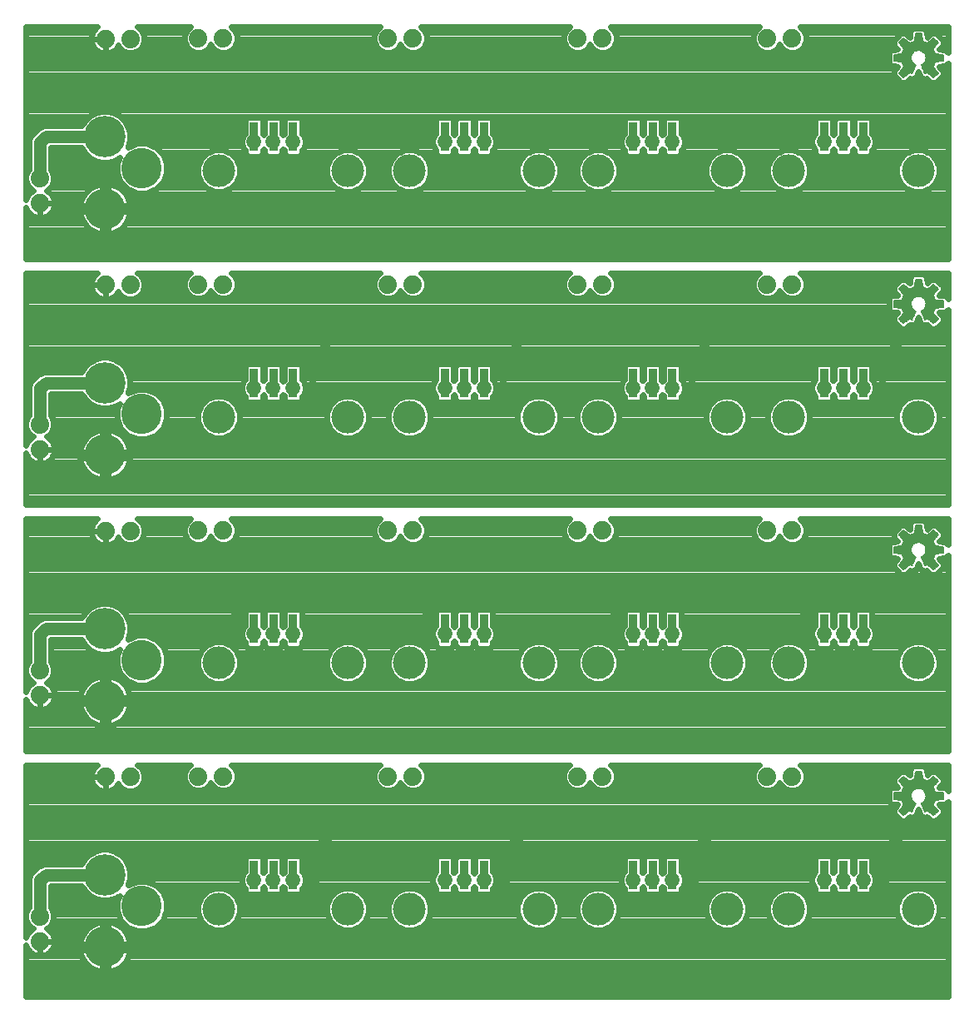
<source format=gbl>
G75*
G70*
%OFA0B0*%
%FSLAX24Y24*%
%IPPOS*%
%LPD*%
%AMOC8*
5,1,8,0,0,1.08239X$1,22.5*
%
%ADD10R,0.0350X0.1180*%
%ADD11C,0.1310*%
%ADD12C,0.1660*%
%ADD13C,0.1620*%
%ADD14C,0.0059*%
%ADD15C,0.0740*%
%ADD16C,0.0240*%
%ADD17C,0.0560*%
%ADD18C,0.0591*%
%ADD19C,0.0500*%
%ADD20C,0.0400*%
D10*
X010125Y005960D03*
X010905Y005960D03*
X011695Y005960D03*
X017775Y005960D03*
X018555Y005960D03*
X019345Y005960D03*
X025325Y005960D03*
X026105Y005960D03*
X026895Y005960D03*
X032975Y005960D03*
X033755Y005960D03*
X034545Y005960D03*
X034545Y015810D03*
X033755Y015810D03*
X032975Y015810D03*
X026895Y015810D03*
X026105Y015810D03*
X025325Y015810D03*
X019345Y015810D03*
X018555Y015810D03*
X017775Y015810D03*
X011695Y015810D03*
X010905Y015810D03*
X010125Y015810D03*
X010125Y025660D03*
X010905Y025660D03*
X011695Y025660D03*
X017775Y025660D03*
X018555Y025660D03*
X019345Y025660D03*
X025325Y025660D03*
X026105Y025660D03*
X026895Y025660D03*
X032975Y025660D03*
X033755Y025660D03*
X034545Y025660D03*
X034545Y035510D03*
X033755Y035510D03*
X032975Y035510D03*
X026895Y035510D03*
X026105Y035510D03*
X025325Y035510D03*
X019345Y035510D03*
X018555Y035510D03*
X017775Y035510D03*
X011695Y035510D03*
X010905Y035510D03*
X010125Y035510D03*
D11*
X008715Y034150D03*
X013885Y034150D03*
X016365Y034150D03*
X021535Y034150D03*
X023915Y034150D03*
X029085Y034150D03*
X031565Y034150D03*
X036735Y034150D03*
X036735Y024300D03*
X031565Y024300D03*
X029085Y024300D03*
X023915Y024300D03*
X021535Y024300D03*
X016365Y024300D03*
X013885Y024300D03*
X008715Y024300D03*
X008715Y014450D03*
X013885Y014450D03*
X016365Y014450D03*
X021535Y014450D03*
X023915Y014450D03*
X029085Y014450D03*
X031565Y014450D03*
X036735Y014450D03*
X036735Y004600D03*
X031565Y004600D03*
X029085Y004600D03*
X023915Y004600D03*
X021535Y004600D03*
X016365Y004600D03*
X013885Y004600D03*
X008715Y004600D03*
D12*
X004150Y005964D03*
X004150Y015814D03*
X004150Y025664D03*
X004150Y035514D03*
D13*
X005631Y034263D03*
X004160Y032631D03*
X005631Y024413D03*
X004160Y022781D03*
X005631Y014563D03*
X004160Y012931D03*
X005631Y004713D03*
X004160Y003081D03*
D14*
X035783Y009001D02*
X035783Y009241D01*
X036100Y009273D01*
X036134Y009380D01*
X036186Y009480D01*
X035984Y009727D01*
X036153Y009897D01*
X036401Y009695D01*
X036501Y009746D01*
X036607Y009781D01*
X036639Y010098D01*
X036879Y010098D01*
X036912Y009781D01*
X037018Y009746D01*
X037118Y009695D01*
X037365Y009897D01*
X037535Y009727D01*
X037333Y009480D01*
X037385Y009380D01*
X037419Y009273D01*
X037736Y009241D01*
X037736Y009001D01*
X037419Y008969D01*
X037385Y008862D01*
X037333Y008763D01*
X037535Y008515D01*
X037365Y008346D01*
X037118Y008547D01*
X037018Y008496D01*
X036877Y008837D01*
X036930Y008866D01*
X036977Y008904D01*
X037015Y008950D01*
X037044Y009004D01*
X037061Y009061D01*
X037067Y009121D01*
X037061Y009184D01*
X037041Y009244D01*
X037010Y009299D01*
X036969Y009347D01*
X036918Y009385D01*
X036861Y009412D01*
X036800Y009426D01*
X036736Y009428D01*
X036674Y009417D01*
X036616Y009393D01*
X036563Y009358D01*
X036519Y009313D01*
X036485Y009260D01*
X036462Y009201D01*
X036452Y009139D01*
X036455Y009075D01*
X036471Y009014D01*
X036499Y008958D01*
X036538Y008908D01*
X036586Y008867D01*
X036642Y008837D01*
X036500Y008496D01*
X036401Y008547D01*
X036153Y008346D01*
X035984Y008515D01*
X036186Y008763D01*
X036134Y008862D01*
X036100Y008969D01*
X035783Y009001D01*
X035783Y009030D02*
X036467Y009030D01*
X036455Y009088D02*
X035783Y009088D01*
X035783Y009146D02*
X036453Y009146D01*
X036463Y009203D02*
X035783Y009203D01*
X035974Y009261D02*
X036485Y009261D01*
X036524Y009318D02*
X036114Y009318D01*
X036133Y009376D02*
X036590Y009376D01*
X036930Y009376D02*
X037386Y009376D01*
X037404Y009318D02*
X036994Y009318D01*
X037032Y009261D02*
X037545Y009261D01*
X037736Y009203D02*
X037055Y009203D01*
X037065Y009146D02*
X037736Y009146D01*
X037736Y009088D02*
X037064Y009088D01*
X037052Y009030D02*
X037736Y009030D01*
X037456Y008973D02*
X037027Y008973D01*
X036986Y008915D02*
X037402Y008915D01*
X037382Y008858D02*
X036916Y008858D01*
X036892Y008800D02*
X037353Y008800D01*
X037350Y008743D02*
X036916Y008743D01*
X036940Y008685D02*
X037397Y008685D01*
X037444Y008628D02*
X036964Y008628D01*
X036988Y008570D02*
X037490Y008570D01*
X037532Y008512D02*
X037161Y008512D01*
X037232Y008455D02*
X037475Y008455D01*
X037417Y008397D02*
X037302Y008397D01*
X037050Y008512D02*
X037012Y008512D01*
X036579Y008685D02*
X036122Y008685D01*
X036075Y008628D02*
X036555Y008628D01*
X036531Y008570D02*
X036028Y008570D01*
X035987Y008512D02*
X036358Y008512D01*
X036287Y008455D02*
X036044Y008455D01*
X036102Y008397D02*
X036217Y008397D01*
X036469Y008512D02*
X036507Y008512D01*
X036603Y008743D02*
X036169Y008743D01*
X036166Y008800D02*
X036626Y008800D01*
X036604Y008858D02*
X036137Y008858D01*
X036117Y008915D02*
X036532Y008915D01*
X036491Y008973D02*
X036063Y008973D01*
X036162Y009433D02*
X037357Y009433D01*
X037342Y009491D02*
X036177Y009491D01*
X036130Y009548D02*
X037389Y009548D01*
X037436Y009606D02*
X036083Y009606D01*
X036036Y009664D02*
X037483Y009664D01*
X037530Y009721D02*
X037150Y009721D01*
X037068Y009721D02*
X036451Y009721D01*
X036369Y009721D02*
X035989Y009721D01*
X036035Y009779D02*
X036298Y009779D01*
X036228Y009836D02*
X036093Y009836D01*
X036150Y009894D02*
X036157Y009894D01*
X036601Y009779D02*
X036918Y009779D01*
X036906Y009836D02*
X036613Y009836D01*
X036619Y009894D02*
X036900Y009894D01*
X036894Y009951D02*
X036625Y009951D01*
X036630Y010009D02*
X036888Y010009D01*
X036883Y010066D02*
X036636Y010066D01*
X037220Y009779D02*
X037484Y009779D01*
X037426Y009836D02*
X037291Y009836D01*
X037362Y009894D02*
X037369Y009894D01*
X037365Y018196D02*
X037118Y018397D01*
X037018Y018346D01*
X036877Y018687D01*
X036930Y018716D01*
X036977Y018754D01*
X037015Y018800D01*
X037044Y018854D01*
X037061Y018911D01*
X037067Y018971D01*
X037061Y019034D01*
X037041Y019094D01*
X037010Y019149D01*
X036969Y019197D01*
X036918Y019235D01*
X036861Y019262D01*
X036800Y019276D01*
X036736Y019278D01*
X036674Y019267D01*
X036616Y019243D01*
X036563Y019208D01*
X036519Y019163D01*
X036485Y019110D01*
X036462Y019051D01*
X036452Y018989D01*
X036455Y018925D01*
X036471Y018864D01*
X036499Y018808D01*
X036538Y018758D01*
X036586Y018717D01*
X036642Y018687D01*
X036500Y018346D01*
X036401Y018397D01*
X036153Y018196D01*
X035984Y018365D01*
X036186Y018613D01*
X036134Y018712D01*
X036100Y018819D01*
X035783Y018851D01*
X035783Y019091D01*
X036100Y019123D01*
X036134Y019230D01*
X036186Y019330D01*
X035984Y019577D01*
X036153Y019747D01*
X036401Y019545D01*
X036501Y019596D01*
X036607Y019631D01*
X036639Y019948D01*
X036879Y019948D01*
X036912Y019631D01*
X037018Y019596D01*
X037118Y019545D01*
X037365Y019747D01*
X037535Y019577D01*
X037333Y019330D01*
X037385Y019230D01*
X037419Y019123D01*
X037736Y019091D01*
X037736Y018851D01*
X037419Y018819D01*
X037385Y018712D01*
X037333Y018613D01*
X037535Y018365D01*
X037365Y018196D01*
X037409Y018239D02*
X037312Y018239D01*
X037241Y018297D02*
X037467Y018297D01*
X037524Y018354D02*
X037171Y018354D01*
X037035Y018354D02*
X037015Y018354D01*
X036991Y018412D02*
X037497Y018412D01*
X037450Y018469D02*
X036967Y018469D01*
X036943Y018527D02*
X037403Y018527D01*
X037356Y018585D02*
X036920Y018585D01*
X036896Y018642D02*
X037348Y018642D01*
X037378Y018700D02*
X036901Y018700D01*
X036980Y018757D02*
X037399Y018757D01*
X037417Y018815D02*
X037023Y018815D01*
X037049Y018872D02*
X037736Y018872D01*
X037736Y018930D02*
X037063Y018930D01*
X037065Y018987D02*
X037736Y018987D01*
X037736Y019045D02*
X037057Y019045D01*
X037037Y019103D02*
X037624Y019103D01*
X037407Y019160D02*
X037001Y019160D01*
X036941Y019218D02*
X037389Y019218D01*
X037361Y019275D02*
X036804Y019275D01*
X036721Y019275D02*
X036157Y019275D01*
X036130Y019218D02*
X036578Y019218D01*
X036517Y019160D02*
X036112Y019160D01*
X036183Y019333D02*
X037336Y019333D01*
X037383Y019390D02*
X036136Y019390D01*
X036089Y019448D02*
X037430Y019448D01*
X037477Y019505D02*
X036042Y019505D01*
X035995Y019563D02*
X036379Y019563D01*
X036436Y019563D02*
X037083Y019563D01*
X037140Y019563D02*
X037523Y019563D01*
X037492Y019621D02*
X037211Y019621D01*
X037281Y019678D02*
X037434Y019678D01*
X037377Y019736D02*
X037352Y019736D01*
X036943Y019621D02*
X036576Y019621D01*
X036612Y019678D02*
X036907Y019678D01*
X036901Y019736D02*
X036618Y019736D01*
X036624Y019793D02*
X036895Y019793D01*
X036889Y019851D02*
X036630Y019851D01*
X036635Y019908D02*
X036883Y019908D01*
X036308Y019621D02*
X036027Y019621D01*
X036085Y019678D02*
X036238Y019678D01*
X036167Y019736D02*
X036142Y019736D01*
X035895Y019103D02*
X036482Y019103D01*
X036461Y019045D02*
X035783Y019045D01*
X035783Y018987D02*
X036452Y018987D01*
X036455Y018930D02*
X035783Y018930D01*
X035783Y018872D02*
X036469Y018872D01*
X036495Y018815D02*
X036101Y018815D01*
X036120Y018757D02*
X036539Y018757D01*
X036618Y018700D02*
X036141Y018700D01*
X036170Y018642D02*
X036623Y018642D01*
X036599Y018585D02*
X036163Y018585D01*
X036116Y018527D02*
X036575Y018527D01*
X036552Y018469D02*
X036069Y018469D01*
X036022Y018412D02*
X036528Y018412D01*
X036504Y018354D02*
X036484Y018354D01*
X036348Y018354D02*
X035995Y018354D01*
X036052Y018297D02*
X036278Y018297D01*
X036207Y018239D02*
X036110Y018239D01*
X036153Y028046D02*
X035984Y028215D01*
X036186Y028463D01*
X036134Y028562D01*
X036100Y028669D01*
X035783Y028701D01*
X035783Y028941D01*
X036100Y028973D01*
X036134Y029080D01*
X036186Y029180D01*
X035984Y029427D01*
X036153Y029597D01*
X036401Y029395D01*
X036501Y029446D01*
X036607Y029481D01*
X036639Y029798D01*
X036879Y029798D01*
X036912Y029481D01*
X037018Y029446D01*
X037118Y029395D01*
X037365Y029597D01*
X037535Y029427D01*
X037333Y029180D01*
X037385Y029080D01*
X037419Y028973D01*
X037736Y028941D01*
X037736Y028701D01*
X037419Y028669D01*
X037385Y028562D01*
X037333Y028463D01*
X037535Y028215D01*
X037365Y028046D01*
X037118Y028247D01*
X037018Y028196D01*
X036877Y028537D01*
X036930Y028566D01*
X036977Y028604D01*
X037015Y028650D01*
X037044Y028704D01*
X037061Y028761D01*
X037067Y028821D01*
X037061Y028884D01*
X037041Y028944D01*
X037010Y028999D01*
X036969Y029047D01*
X036918Y029085D01*
X036861Y029112D01*
X036800Y029126D01*
X036736Y029128D01*
X036674Y029117D01*
X036616Y029093D01*
X036563Y029058D01*
X036519Y029013D01*
X036485Y028960D01*
X036462Y028901D01*
X036452Y028839D01*
X036455Y028775D01*
X036471Y028714D01*
X036499Y028658D01*
X036538Y028608D01*
X036586Y028567D01*
X036642Y028537D01*
X036500Y028196D01*
X036501Y028196D01*
X036500Y028196D02*
X036401Y028247D01*
X036153Y028046D01*
X036118Y028081D02*
X036197Y028081D01*
X036268Y028139D02*
X036060Y028139D01*
X036003Y028196D02*
X036338Y028196D01*
X036524Y028254D02*
X036015Y028254D01*
X036062Y028311D02*
X036548Y028311D01*
X036572Y028369D02*
X036109Y028369D01*
X036156Y028427D02*
X036596Y028427D01*
X036620Y028484D02*
X036175Y028484D01*
X036145Y028542D02*
X036633Y028542D01*
X036548Y028599D02*
X036122Y028599D01*
X036104Y028657D02*
X036500Y028657D01*
X036471Y028714D02*
X035783Y028714D01*
X035783Y028772D02*
X036456Y028772D01*
X036453Y028829D02*
X035783Y028829D01*
X035783Y028887D02*
X036460Y028887D01*
X036479Y028945D02*
X035816Y028945D01*
X036109Y029002D02*
X036512Y029002D01*
X036566Y029060D02*
X036128Y029060D01*
X036153Y029117D02*
X036677Y029117D01*
X036837Y029117D02*
X037366Y029117D01*
X037391Y029060D02*
X036951Y029060D01*
X037008Y029002D02*
X037410Y029002D01*
X037336Y029175D02*
X036183Y029175D01*
X036143Y029232D02*
X037376Y029232D01*
X037423Y029290D02*
X036096Y029290D01*
X036049Y029347D02*
X037470Y029347D01*
X037517Y029405D02*
X037130Y029405D01*
X037099Y029405D02*
X036420Y029405D01*
X036389Y029405D02*
X036002Y029405D01*
X036019Y029463D02*
X036318Y029463D01*
X036248Y029520D02*
X036077Y029520D01*
X036134Y029578D02*
X036177Y029578D01*
X036551Y029463D02*
X036968Y029463D01*
X036908Y029520D02*
X036611Y029520D01*
X036617Y029578D02*
X036902Y029578D01*
X036896Y029635D02*
X036623Y029635D01*
X036629Y029693D02*
X036890Y029693D01*
X036884Y029750D02*
X036635Y029750D01*
X037201Y029463D02*
X037500Y029463D01*
X037442Y029520D02*
X037271Y029520D01*
X037342Y029578D02*
X037385Y029578D01*
X037703Y028945D02*
X037041Y028945D01*
X037060Y028887D02*
X037736Y028887D01*
X037736Y028829D02*
X037066Y028829D01*
X037062Y028772D02*
X037736Y028772D01*
X037736Y028714D02*
X037047Y028714D01*
X037019Y028657D02*
X037415Y028657D01*
X037396Y028599D02*
X036971Y028599D01*
X036886Y028542D02*
X037374Y028542D01*
X037344Y028484D02*
X036899Y028484D01*
X036923Y028427D02*
X037363Y028427D01*
X037410Y028369D02*
X036947Y028369D01*
X036971Y028311D02*
X037457Y028311D01*
X037504Y028254D02*
X036994Y028254D01*
X037018Y028196D02*
X037019Y028196D01*
X037181Y028196D02*
X037516Y028196D01*
X037459Y028139D02*
X037251Y028139D01*
X037322Y028081D02*
X037401Y028081D01*
X037365Y037896D02*
X037118Y038097D01*
X037018Y038046D01*
X036877Y038387D01*
X036930Y038416D01*
X036977Y038454D01*
X037015Y038500D01*
X037044Y038554D01*
X037061Y038611D01*
X037067Y038671D01*
X037061Y038734D01*
X037041Y038794D01*
X037010Y038849D01*
X036969Y038897D01*
X036918Y038935D01*
X036861Y038962D01*
X036800Y038976D01*
X036736Y038978D01*
X036674Y038967D01*
X036616Y038943D01*
X036563Y038908D01*
X036519Y038863D01*
X036485Y038810D01*
X036462Y038751D01*
X036452Y038689D01*
X036455Y038625D01*
X036471Y038564D01*
X036499Y038508D01*
X036538Y038458D01*
X036586Y038417D01*
X036642Y038387D01*
X036500Y038046D01*
X036401Y038097D01*
X036153Y037896D01*
X035984Y038065D01*
X036186Y038313D01*
X036134Y038412D01*
X036100Y038519D01*
X035783Y038551D01*
X035783Y038791D01*
X036100Y038823D01*
X036134Y038930D01*
X036186Y039030D01*
X035984Y039277D01*
X036153Y039447D01*
X036401Y039245D01*
X036501Y039296D01*
X036607Y039331D01*
X036639Y039648D01*
X036879Y039648D01*
X036912Y039331D01*
X037018Y039296D01*
X037118Y039245D01*
X037365Y039447D01*
X037535Y039277D01*
X037333Y039030D01*
X037385Y038930D01*
X037419Y038823D01*
X037736Y038791D01*
X037736Y038551D01*
X037419Y038519D01*
X037385Y038412D01*
X037333Y038313D01*
X037535Y038065D01*
X037365Y037896D01*
X037393Y037923D02*
X037332Y037923D01*
X037261Y037981D02*
X037451Y037981D01*
X037508Y038038D02*
X037190Y038038D01*
X037120Y038096D02*
X037510Y038096D01*
X037463Y038153D02*
X036974Y038153D01*
X036998Y038096D02*
X037115Y038096D01*
X036950Y038211D02*
X037416Y038211D01*
X037369Y038269D02*
X036926Y038269D01*
X036902Y038326D02*
X037340Y038326D01*
X037370Y038384D02*
X036879Y038384D01*
X036962Y038441D02*
X037394Y038441D01*
X037412Y038499D02*
X037014Y038499D01*
X037044Y038556D02*
X037736Y038556D01*
X037736Y038614D02*
X037061Y038614D01*
X037067Y038671D02*
X037736Y038671D01*
X037736Y038729D02*
X037061Y038729D01*
X037044Y038787D02*
X037736Y038787D01*
X037412Y038844D02*
X037013Y038844D01*
X036962Y038902D02*
X037394Y038902D01*
X037370Y038959D02*
X036866Y038959D01*
X036655Y038959D02*
X036149Y038959D01*
X036125Y038902D02*
X036557Y038902D01*
X036507Y038844D02*
X036107Y038844D01*
X036179Y039017D02*
X037340Y039017D01*
X037370Y039074D02*
X036149Y039074D01*
X036102Y039132D02*
X037417Y039132D01*
X037463Y039189D02*
X036055Y039189D01*
X036009Y039247D02*
X036399Y039247D01*
X036404Y039247D02*
X037114Y039247D01*
X037120Y039247D02*
X037510Y039247D01*
X037508Y039305D02*
X037191Y039305D01*
X037261Y039362D02*
X037450Y039362D01*
X037393Y039420D02*
X037332Y039420D01*
X036993Y039305D02*
X036526Y039305D01*
X036610Y039362D02*
X036908Y039362D01*
X036903Y039420D02*
X036616Y039420D01*
X036622Y039477D02*
X036897Y039477D01*
X036891Y039535D02*
X036628Y039535D01*
X036634Y039592D02*
X036885Y039592D01*
X036328Y039305D02*
X036011Y039305D01*
X036069Y039362D02*
X036257Y039362D01*
X036187Y039420D02*
X036126Y039420D01*
X035783Y038787D02*
X036476Y038787D01*
X036459Y038729D02*
X035783Y038729D01*
X035783Y038671D02*
X036453Y038671D01*
X036458Y038614D02*
X035783Y038614D01*
X035783Y038556D02*
X036475Y038556D01*
X036506Y038499D02*
X036107Y038499D01*
X036125Y038441D02*
X036558Y038441D01*
X036640Y038384D02*
X036149Y038384D01*
X036179Y038326D02*
X036616Y038326D01*
X036593Y038269D02*
X036150Y038269D01*
X036103Y038211D02*
X036569Y038211D01*
X036545Y038153D02*
X036056Y038153D01*
X036009Y038096D02*
X036399Y038096D01*
X036404Y038096D02*
X036521Y038096D01*
X036328Y038038D02*
X036011Y038038D01*
X036068Y037981D02*
X036258Y037981D01*
X036187Y037923D02*
X036126Y037923D01*
D15*
X031700Y039450D03*
X030700Y039450D03*
X024100Y039450D03*
X023100Y039450D03*
X016500Y039450D03*
X015500Y039450D03*
X008900Y039450D03*
X007900Y039450D03*
X005170Y039430D03*
X004170Y039430D03*
X001550Y033850D03*
X001550Y032850D03*
X004170Y029580D03*
X005170Y029580D03*
X007900Y029600D03*
X008900Y029600D03*
X015500Y029600D03*
X016500Y029600D03*
X023100Y029600D03*
X024100Y029600D03*
X030700Y029600D03*
X031700Y029600D03*
X031700Y019750D03*
X030700Y019750D03*
X024100Y019750D03*
X023100Y019750D03*
X016500Y019750D03*
X015500Y019750D03*
X008900Y019750D03*
X007900Y019750D03*
X005170Y019730D03*
X004170Y019730D03*
X001550Y023000D03*
X001550Y024000D03*
X001550Y014150D03*
X001550Y013150D03*
X004170Y009880D03*
X005170Y009880D03*
X007900Y009900D03*
X008900Y009900D03*
X015500Y009900D03*
X016500Y009900D03*
X023100Y009900D03*
X024100Y009900D03*
X030700Y009900D03*
X031700Y009900D03*
X001550Y004300D03*
X001550Y003300D03*
D16*
X001000Y003148D02*
X001000Y001087D01*
X037938Y001087D01*
X037938Y008906D01*
X037892Y008861D01*
X037844Y008802D01*
X037832Y008800D01*
X037823Y008792D01*
X037747Y008792D01*
X037593Y008776D01*
X037691Y008656D01*
X037745Y008602D01*
X037745Y008590D01*
X037752Y008580D01*
X037745Y008505D01*
X037745Y008428D01*
X037736Y008420D01*
X037735Y008408D01*
X037676Y008360D01*
X037521Y008205D01*
X037473Y008146D01*
X037461Y008145D01*
X037452Y008136D01*
X037376Y008136D01*
X037300Y008128D01*
X037291Y008136D01*
X037279Y008136D01*
X037225Y008190D01*
X037092Y008298D01*
X037037Y008270D01*
X037028Y008273D01*
X037018Y008269D01*
X036946Y008299D01*
X036872Y008323D01*
X036867Y008332D01*
X036858Y008336D01*
X036828Y008408D01*
X036792Y008477D01*
X036795Y008487D01*
X036759Y008574D01*
X036723Y008487D01*
X036726Y008477D01*
X036691Y008408D01*
X036661Y008336D01*
X036652Y008332D01*
X036647Y008323D01*
X036573Y008299D01*
X036500Y008269D01*
X036491Y008273D01*
X036482Y008270D01*
X036427Y008298D01*
X036294Y008190D01*
X036240Y008136D01*
X036228Y008136D01*
X036219Y008128D01*
X036143Y008136D01*
X036067Y008136D01*
X036058Y008145D01*
X036046Y008146D01*
X035998Y008205D01*
X035843Y008360D01*
X035784Y008408D01*
X035783Y008420D01*
X035774Y008428D01*
X035774Y008505D01*
X035767Y008580D01*
X035774Y008590D01*
X035774Y008602D01*
X035828Y008656D01*
X035926Y008776D01*
X035772Y008792D01*
X035696Y008792D01*
X035687Y008800D01*
X035675Y008802D01*
X035627Y008861D01*
X035573Y008915D01*
X035573Y008927D01*
X035565Y008936D01*
X035573Y009012D01*
X035573Y009231D01*
X035565Y009306D01*
X035573Y009316D01*
X035573Y009328D01*
X035627Y009382D01*
X035675Y009441D01*
X035687Y009442D01*
X035696Y009451D01*
X035772Y009451D01*
X035926Y009466D01*
X035828Y009587D01*
X035774Y009640D01*
X035774Y009653D01*
X035767Y009662D01*
X035774Y009738D01*
X035774Y009814D01*
X035783Y009823D01*
X035784Y009835D01*
X035843Y009883D01*
X035998Y010037D01*
X036046Y010097D01*
X036058Y010098D01*
X036067Y010106D01*
X036143Y010106D01*
X036219Y010114D01*
X036228Y010106D01*
X036240Y010106D01*
X036294Y010053D01*
X036414Y009955D01*
X036430Y010109D01*
X036430Y010185D01*
X036439Y010194D01*
X036440Y010206D01*
X036499Y010254D01*
X036553Y010308D01*
X036565Y010308D01*
X036574Y010315D01*
X036650Y010308D01*
X036869Y010308D01*
X036945Y010315D01*
X036954Y010308D01*
X036966Y010308D01*
X037020Y010254D01*
X037079Y010206D01*
X037080Y010194D01*
X037089Y010185D01*
X037089Y010109D01*
X037105Y009955D01*
X037225Y010053D01*
X037279Y010106D01*
X037291Y010106D01*
X037300Y010114D01*
X037376Y010106D01*
X037452Y010106D01*
X037461Y010098D01*
X037473Y010097D01*
X037521Y010037D01*
X037676Y009883D01*
X037735Y009835D01*
X037736Y009823D01*
X037745Y009814D01*
X037745Y009738D01*
X037752Y009662D01*
X037745Y009653D01*
X037745Y009640D01*
X037691Y009587D01*
X037593Y009466D01*
X037747Y009451D01*
X037823Y009451D01*
X037832Y009442D01*
X037844Y009441D01*
X037892Y009382D01*
X037938Y009336D01*
X037938Y010363D01*
X032015Y010363D01*
X032166Y010212D01*
X032250Y010009D01*
X032250Y009791D01*
X032166Y009588D01*
X032012Y009434D01*
X031809Y009350D01*
X031591Y009350D01*
X031388Y009434D01*
X031234Y009588D01*
X031200Y009670D01*
X031166Y009588D01*
X031012Y009434D01*
X030809Y009350D01*
X030591Y009350D01*
X030388Y009434D01*
X030234Y009588D01*
X030150Y009791D01*
X030150Y010009D01*
X030234Y010212D01*
X030385Y010363D01*
X024415Y010363D01*
X024566Y010212D01*
X024650Y010009D01*
X024650Y009791D01*
X024566Y009588D01*
X024412Y009434D01*
X024209Y009350D01*
X023991Y009350D01*
X023788Y009434D01*
X023634Y009588D01*
X023600Y009670D01*
X023566Y009588D01*
X023412Y009434D01*
X023209Y009350D01*
X022991Y009350D01*
X022788Y009434D01*
X022634Y009588D01*
X022550Y009791D01*
X022550Y010009D01*
X022634Y010212D01*
X022785Y010363D01*
X016815Y010363D01*
X016966Y010212D01*
X017050Y010009D01*
X017050Y009791D01*
X016966Y009588D01*
X016812Y009434D01*
X016609Y009350D01*
X016391Y009350D01*
X016188Y009434D01*
X016034Y009588D01*
X016000Y009670D01*
X015966Y009588D01*
X015812Y009434D01*
X015609Y009350D01*
X015391Y009350D01*
X015188Y009434D01*
X015034Y009588D01*
X014950Y009791D01*
X014950Y010009D01*
X015034Y010212D01*
X015185Y010363D01*
X009215Y010363D01*
X009366Y010212D01*
X009450Y010009D01*
X009450Y009791D01*
X009366Y009588D01*
X009212Y009434D01*
X009009Y009350D01*
X008791Y009350D01*
X008588Y009434D01*
X008434Y009588D01*
X008400Y009670D01*
X008366Y009588D01*
X008212Y009434D01*
X008009Y009350D01*
X007791Y009350D01*
X007588Y009434D01*
X007434Y009588D01*
X007350Y009791D01*
X007350Y010009D01*
X007434Y010212D01*
X007585Y010363D01*
X005442Y010363D01*
X005482Y010346D01*
X005636Y010192D01*
X005720Y009989D01*
X005720Y009771D01*
X005636Y009568D01*
X005482Y009414D01*
X005279Y009330D01*
X005061Y009330D01*
X004858Y009414D01*
X004704Y009568D01*
X004680Y009626D01*
X004658Y009581D01*
X004605Y009509D01*
X004541Y009445D01*
X004469Y009392D01*
X004389Y009352D01*
X004303Y009324D01*
X004215Y009310D01*
X004170Y009310D01*
X004170Y009880D01*
X004170Y009880D01*
X003600Y009880D01*
X003600Y009925D01*
X003614Y010013D01*
X003642Y010099D01*
X003682Y010179D01*
X003735Y010251D01*
X003799Y010315D01*
X003864Y010363D01*
X001000Y010363D01*
X001000Y003452D01*
X001022Y003519D01*
X001062Y003599D01*
X001115Y003671D01*
X001179Y003735D01*
X001251Y003788D01*
X001296Y003810D01*
X001238Y003834D01*
X001084Y003988D01*
X001000Y004191D01*
X001000Y004409D01*
X001084Y004612D01*
X001120Y004648D01*
X001120Y005836D01*
X001185Y005994D01*
X001306Y006115D01*
X001491Y006299D01*
X001649Y006364D01*
X001649Y006364D01*
X001720Y006394D01*
X003232Y006394D01*
X003342Y006584D01*
X003530Y006772D01*
X003760Y006905D01*
X004017Y006974D01*
X004283Y006974D01*
X004540Y006905D01*
X004770Y006772D01*
X004958Y006584D01*
X005091Y006354D01*
X005160Y006097D01*
X005160Y005831D01*
X005091Y005574D01*
X005081Y005556D01*
X005434Y005703D01*
X005828Y005703D01*
X006192Y005552D01*
X006470Y005273D01*
X006621Y004910D01*
X006621Y004516D01*
X006470Y004152D01*
X006192Y003873D01*
X005828Y003723D01*
X005434Y003723D01*
X005070Y003873D01*
X004792Y004152D01*
X004641Y004516D01*
X004641Y004910D01*
X004734Y005135D01*
X004540Y005023D01*
X004283Y004954D01*
X004017Y004954D01*
X003760Y005023D01*
X003530Y005156D01*
X003342Y005344D01*
X003232Y005534D01*
X001980Y005534D01*
X001980Y004648D01*
X002016Y004612D01*
X002100Y004409D01*
X002100Y004191D01*
X002016Y003988D01*
X001862Y003834D01*
X001804Y003810D01*
X001849Y003788D01*
X001921Y003735D01*
X001985Y003671D01*
X002038Y003599D01*
X002078Y003519D01*
X002106Y003433D01*
X002120Y003345D01*
X002120Y003300D01*
X001550Y003300D01*
X001550Y003300D01*
X002120Y003300D01*
X002120Y003255D01*
X002106Y003167D01*
X002078Y003081D01*
X002038Y003001D01*
X001985Y002929D01*
X001921Y002865D01*
X001849Y002812D01*
X001769Y002772D01*
X001683Y002744D01*
X001595Y002730D01*
X001550Y002730D01*
X001550Y003300D01*
X001550Y003300D01*
X001550Y002730D01*
X001505Y002730D01*
X001417Y002744D01*
X001331Y002772D01*
X001251Y002812D01*
X001179Y002865D01*
X001115Y002929D01*
X001062Y003001D01*
X001022Y003081D01*
X001000Y003148D01*
X001000Y002947D02*
X001102Y002947D01*
X001000Y002708D02*
X003221Y002708D01*
X003225Y002694D02*
X003275Y002592D01*
X003335Y002496D01*
X003406Y002407D01*
X003486Y002327D01*
X003575Y002256D01*
X003671Y002196D01*
X003773Y002147D01*
X003880Y002109D01*
X003991Y002084D01*
X004040Y002079D01*
X004040Y002961D01*
X004280Y002961D01*
X004280Y002079D01*
X004329Y002084D01*
X004440Y002109D01*
X004547Y002147D01*
X004649Y002196D01*
X004745Y002256D01*
X004834Y002327D01*
X004914Y002407D01*
X004985Y002496D01*
X005045Y002592D01*
X005095Y002694D01*
X005132Y002801D01*
X005157Y002912D01*
X005163Y002961D01*
X004280Y002961D01*
X004280Y003201D01*
X005163Y003201D01*
X005157Y003251D01*
X005132Y003362D01*
X005095Y003469D01*
X005045Y003571D01*
X004985Y003667D01*
X004914Y003756D01*
X004834Y003836D01*
X004745Y003907D01*
X004649Y003967D01*
X004547Y004016D01*
X004440Y004054D01*
X004329Y004079D01*
X004280Y004084D01*
X004280Y003202D01*
X004040Y003202D01*
X004040Y004084D01*
X003991Y004079D01*
X003880Y004054D01*
X003773Y004016D01*
X003671Y003967D01*
X003575Y003907D01*
X003486Y003836D01*
X003406Y003756D01*
X003335Y003667D01*
X003275Y003571D01*
X003225Y003469D01*
X003188Y003362D01*
X003163Y003251D01*
X003157Y003201D01*
X004040Y003201D01*
X004040Y002961D01*
X003157Y002961D01*
X003163Y002912D01*
X003188Y002801D01*
X003225Y002694D01*
X003356Y002470D02*
X001000Y002470D01*
X001000Y002231D02*
X003615Y002231D01*
X004040Y002231D02*
X004280Y002231D01*
X004280Y002470D02*
X004040Y002470D01*
X004040Y002708D02*
X004280Y002708D01*
X004280Y002947D02*
X004040Y002947D01*
X004040Y003185D02*
X002109Y003185D01*
X002108Y003424D02*
X003210Y003424D01*
X003332Y003662D02*
X001992Y003662D01*
X001928Y003901D02*
X003567Y003901D01*
X004040Y003901D02*
X004280Y003901D01*
X004280Y003662D02*
X004040Y003662D01*
X004040Y003424D02*
X004280Y003424D01*
X004280Y003185D02*
X037938Y003185D01*
X037938Y002947D02*
X005161Y002947D01*
X005099Y002708D02*
X037938Y002708D01*
X037938Y002470D02*
X004964Y002470D01*
X004705Y002231D02*
X037938Y002231D01*
X037938Y001993D02*
X001000Y001993D01*
X001000Y001754D02*
X037938Y001754D01*
X037938Y001516D02*
X001000Y001516D01*
X001000Y001277D02*
X037938Y001277D01*
X037938Y003424D02*
X005110Y003424D01*
X004988Y003662D02*
X037938Y003662D01*
X037938Y003901D02*
X037216Y003901D01*
X037208Y003892D02*
X037443Y004127D01*
X037570Y004434D01*
X037570Y004766D01*
X037443Y005073D01*
X037208Y005308D01*
X036901Y005435D01*
X036569Y005435D01*
X036262Y005308D01*
X036027Y005073D01*
X035900Y004766D01*
X035900Y004434D01*
X036027Y004127D01*
X036262Y003892D01*
X036569Y003765D01*
X036901Y003765D01*
X037208Y003892D01*
X037448Y004139D02*
X037938Y004139D01*
X037938Y004378D02*
X037547Y004378D01*
X037570Y004616D02*
X037938Y004616D01*
X037938Y004855D02*
X037533Y004855D01*
X037423Y005093D02*
X037938Y005093D01*
X037938Y005332D02*
X037151Y005332D01*
X037938Y005570D02*
X034986Y005570D01*
X034953Y005491D02*
X035025Y005665D01*
X035025Y005855D01*
X034953Y006029D01*
X034900Y006082D01*
X034900Y006625D01*
X034795Y006730D01*
X034295Y006730D01*
X034190Y006625D01*
X034190Y006072D01*
X034150Y006032D01*
X034110Y006072D01*
X034110Y006625D01*
X034005Y006730D01*
X033505Y006730D01*
X033400Y006625D01*
X033400Y006082D01*
X033360Y006042D01*
X033330Y006072D01*
X033330Y006625D01*
X033225Y006730D01*
X032725Y006730D01*
X032620Y006625D01*
X032620Y006082D01*
X032567Y006029D01*
X032495Y005855D01*
X032495Y005665D01*
X032567Y005491D01*
X032620Y005438D01*
X032620Y005295D01*
X032725Y005190D01*
X033225Y005190D01*
X033330Y005295D01*
X033330Y005448D01*
X033360Y005478D01*
X033400Y005438D01*
X033400Y005295D01*
X033505Y005190D01*
X034005Y005190D01*
X034110Y005295D01*
X034110Y005448D01*
X034150Y005488D01*
X034190Y005448D01*
X034190Y005295D01*
X034295Y005190D01*
X034795Y005190D01*
X034900Y005295D01*
X034900Y005438D01*
X034953Y005491D01*
X034900Y005332D02*
X036319Y005332D01*
X036047Y005093D02*
X032253Y005093D01*
X032273Y005073D02*
X032038Y005308D01*
X031731Y005435D01*
X031399Y005435D01*
X031092Y005308D01*
X030857Y005073D01*
X030730Y004766D01*
X030730Y004434D01*
X030857Y004127D01*
X031092Y003892D01*
X031399Y003765D01*
X031731Y003765D01*
X032038Y003892D01*
X032273Y004127D01*
X032400Y004434D01*
X032400Y004766D01*
X032273Y005073D01*
X032363Y004855D02*
X035937Y004855D01*
X035900Y004616D02*
X032400Y004616D01*
X032377Y004378D02*
X035923Y004378D01*
X036022Y004139D02*
X032278Y004139D01*
X032046Y003901D02*
X036254Y003901D01*
X035025Y005809D02*
X037938Y005809D01*
X037938Y006047D02*
X034935Y006047D01*
X034900Y006286D02*
X037938Y006286D01*
X037938Y006524D02*
X034900Y006524D01*
X034190Y006524D02*
X034110Y006524D01*
X034110Y006286D02*
X034190Y006286D01*
X034165Y006047D02*
X034135Y006047D01*
X034110Y005332D02*
X034190Y005332D01*
X033400Y005332D02*
X033330Y005332D01*
X032620Y005332D02*
X031981Y005332D01*
X032534Y005570D02*
X027336Y005570D01*
X027303Y005491D02*
X027375Y005665D01*
X027375Y005855D01*
X027303Y006029D01*
X027250Y006082D01*
X027250Y006625D01*
X027145Y006730D01*
X026645Y006730D01*
X026540Y006625D01*
X026540Y006072D01*
X026500Y006032D01*
X026460Y006072D01*
X026460Y006625D01*
X026355Y006730D01*
X025855Y006730D01*
X025750Y006625D01*
X025750Y006082D01*
X025710Y006042D01*
X025680Y006072D01*
X025680Y006625D01*
X025575Y006730D01*
X025075Y006730D01*
X024970Y006625D01*
X024970Y006082D01*
X024917Y006029D01*
X024845Y005855D01*
X024845Y005665D01*
X024917Y005491D01*
X024970Y005438D01*
X024970Y005295D01*
X025075Y005190D01*
X025575Y005190D01*
X025680Y005295D01*
X025680Y005448D01*
X025710Y005478D01*
X025750Y005438D01*
X025750Y005295D01*
X025855Y005190D01*
X026355Y005190D01*
X026460Y005295D01*
X026460Y005448D01*
X026500Y005488D01*
X026540Y005448D01*
X026540Y005295D01*
X026645Y005190D01*
X027145Y005190D01*
X027250Y005295D01*
X027250Y005438D01*
X027303Y005491D01*
X027250Y005332D02*
X028669Y005332D01*
X028612Y005308D02*
X028377Y005073D01*
X028250Y004766D01*
X028250Y004434D01*
X028377Y004127D01*
X028612Y003892D01*
X028919Y003765D01*
X029251Y003765D01*
X029558Y003892D01*
X029793Y004127D01*
X029920Y004434D01*
X029920Y004766D01*
X029793Y005073D01*
X029558Y005308D01*
X029251Y005435D01*
X028919Y005435D01*
X028612Y005308D01*
X028397Y005093D02*
X024603Y005093D01*
X024623Y005073D02*
X024388Y005308D01*
X024081Y005435D01*
X023749Y005435D01*
X023442Y005308D01*
X023207Y005073D01*
X023080Y004766D01*
X023080Y004434D01*
X023207Y004127D01*
X023442Y003892D01*
X023749Y003765D01*
X024081Y003765D01*
X024388Y003892D01*
X024623Y004127D01*
X024750Y004434D01*
X024750Y004766D01*
X024623Y005073D01*
X024713Y004855D02*
X028287Y004855D01*
X028250Y004616D02*
X024750Y004616D01*
X024727Y004378D02*
X028273Y004378D01*
X028372Y004139D02*
X024628Y004139D01*
X024396Y003901D02*
X028604Y003901D01*
X029566Y003901D02*
X031084Y003901D01*
X030852Y004139D02*
X029798Y004139D01*
X029897Y004378D02*
X030753Y004378D01*
X030730Y004616D02*
X029920Y004616D01*
X029883Y004855D02*
X030767Y004855D01*
X030877Y005093D02*
X029773Y005093D01*
X029501Y005332D02*
X031149Y005332D01*
X032495Y005809D02*
X027375Y005809D01*
X027285Y006047D02*
X032585Y006047D01*
X032620Y006286D02*
X027250Y006286D01*
X027250Y006524D02*
X032620Y006524D01*
X033330Y006524D02*
X033400Y006524D01*
X033400Y006286D02*
X033330Y006286D01*
X033355Y006047D02*
X033365Y006047D01*
X035774Y008432D02*
X001000Y008432D01*
X001000Y008194D02*
X036007Y008194D01*
X036298Y008194D02*
X037220Y008194D01*
X037512Y008194D02*
X037938Y008194D01*
X037938Y008432D02*
X037745Y008432D01*
X037679Y008671D02*
X037938Y008671D01*
X037938Y009386D02*
X037889Y009386D01*
X037938Y009625D02*
X037729Y009625D01*
X037700Y009863D02*
X037938Y009863D01*
X037938Y010102D02*
X037457Y010102D01*
X037274Y010102D02*
X037090Y010102D01*
X036429Y010102D02*
X036245Y010102D01*
X036062Y010102D02*
X032212Y010102D01*
X032250Y009863D02*
X035819Y009863D01*
X035790Y009625D02*
X032181Y009625D01*
X031896Y009386D02*
X035630Y009386D01*
X035573Y009148D02*
X001000Y009148D01*
X001000Y009386D02*
X003884Y009386D01*
X003871Y009392D02*
X003951Y009352D01*
X004037Y009324D01*
X004125Y009310D01*
X004170Y009310D01*
X004170Y009880D01*
X004170Y009880D01*
X003600Y009880D01*
X003600Y009835D01*
X003614Y009747D01*
X003642Y009661D01*
X003682Y009581D01*
X003735Y009509D01*
X003799Y009445D01*
X003871Y009392D01*
X004170Y009386D02*
X004170Y009386D01*
X004170Y009625D02*
X004170Y009625D01*
X004170Y009863D02*
X004170Y009863D01*
X004456Y009386D02*
X004925Y009386D01*
X004681Y009625D02*
X004680Y009625D01*
X005415Y009386D02*
X007704Y009386D01*
X007419Y009625D02*
X005659Y009625D01*
X005720Y009863D02*
X007350Y009863D01*
X007388Y010102D02*
X005674Y010102D01*
X005488Y010340D02*
X007562Y010340D01*
X008381Y009625D02*
X008419Y009625D01*
X008704Y009386D02*
X008096Y009386D01*
X009096Y009386D02*
X015304Y009386D01*
X015019Y009625D02*
X009381Y009625D01*
X009450Y009863D02*
X014950Y009863D01*
X014988Y010102D02*
X009412Y010102D01*
X009238Y010340D02*
X015162Y010340D01*
X015981Y009625D02*
X016019Y009625D01*
X016304Y009386D02*
X015696Y009386D01*
X016696Y009386D02*
X022904Y009386D01*
X022619Y009625D02*
X016981Y009625D01*
X017050Y009863D02*
X022550Y009863D01*
X022588Y010102D02*
X017012Y010102D01*
X016838Y010340D02*
X022762Y010340D01*
X023581Y009625D02*
X023619Y009625D01*
X023904Y009386D02*
X023296Y009386D01*
X024296Y009386D02*
X030504Y009386D01*
X030219Y009625D02*
X024581Y009625D01*
X024650Y009863D02*
X030150Y009863D01*
X030188Y010102D02*
X024612Y010102D01*
X024438Y010340D02*
X030362Y010340D01*
X031181Y009625D02*
X031219Y009625D01*
X031504Y009386D02*
X030896Y009386D01*
X032038Y010340D02*
X037938Y010340D01*
X037938Y010937D02*
X001000Y010937D01*
X001000Y012998D01*
X001022Y012931D01*
X001062Y012851D01*
X001115Y012779D01*
X001179Y012715D01*
X001251Y012662D01*
X001331Y012622D01*
X001417Y012594D01*
X001505Y012580D01*
X001550Y012580D01*
X001595Y012580D01*
X001683Y012594D01*
X001769Y012622D01*
X001849Y012662D01*
X001921Y012715D01*
X001985Y012779D01*
X002038Y012851D01*
X002078Y012931D01*
X002106Y013017D01*
X002120Y013105D01*
X002120Y013150D01*
X002120Y013195D01*
X002106Y013283D01*
X002078Y013369D01*
X002038Y013449D01*
X001985Y013521D01*
X001921Y013585D01*
X001849Y013638D01*
X001804Y013660D01*
X001862Y013684D01*
X002016Y013838D01*
X002100Y014041D01*
X002100Y014259D01*
X002016Y014462D01*
X001980Y014498D01*
X001980Y015384D01*
X003232Y015384D01*
X003342Y015194D01*
X003530Y015006D01*
X003760Y014873D01*
X004017Y014804D01*
X004283Y014804D01*
X004540Y014873D01*
X004734Y014985D01*
X004641Y014760D01*
X004641Y014366D01*
X004792Y014002D01*
X005070Y013723D01*
X005434Y013573D01*
X005828Y013573D01*
X006192Y013723D01*
X006470Y014002D01*
X006621Y014366D01*
X006621Y014760D01*
X006470Y015123D01*
X006192Y015402D01*
X005828Y015553D01*
X005434Y015553D01*
X005081Y015406D01*
X005091Y015424D01*
X005160Y015681D01*
X005160Y015947D01*
X005091Y016204D01*
X004958Y016434D01*
X004770Y016622D01*
X004540Y016755D01*
X004283Y016824D01*
X004017Y016824D01*
X003760Y016755D01*
X003530Y016622D01*
X003342Y016434D01*
X003232Y016244D01*
X001720Y016244D01*
X001649Y016214D01*
X001649Y016214D01*
X001491Y016149D01*
X001306Y015965D01*
X001185Y015844D01*
X001120Y015686D01*
X001120Y014498D01*
X001084Y014462D01*
X001000Y014259D01*
X001000Y014041D01*
X001084Y013838D01*
X001238Y013684D01*
X001296Y013660D01*
X001251Y013638D01*
X001179Y013585D01*
X001115Y013521D01*
X001062Y013449D01*
X001022Y013369D01*
X001000Y013302D01*
X001000Y020213D01*
X003864Y020213D01*
X003799Y020165D01*
X003735Y020101D01*
X003682Y020029D01*
X003642Y019949D01*
X003614Y019863D01*
X003600Y019775D01*
X003600Y019730D01*
X004170Y019730D01*
X004170Y019730D01*
X004170Y019160D01*
X004215Y019160D01*
X004303Y019174D01*
X004389Y019202D01*
X004469Y019242D01*
X004541Y019295D01*
X004605Y019359D01*
X004658Y019431D01*
X004680Y019476D01*
X004704Y019418D01*
X004858Y019264D01*
X005061Y019180D01*
X005279Y019180D01*
X005482Y019264D01*
X005636Y019418D01*
X005720Y019621D01*
X005720Y019839D01*
X005636Y020042D01*
X005482Y020196D01*
X005442Y020213D01*
X007585Y020213D01*
X007434Y020062D01*
X007350Y019859D01*
X007350Y019641D01*
X007434Y019438D01*
X007588Y019284D01*
X007791Y019200D01*
X008009Y019200D01*
X008212Y019284D01*
X008366Y019438D01*
X008400Y019520D01*
X008434Y019438D01*
X008588Y019284D01*
X008791Y019200D01*
X009009Y019200D01*
X009212Y019284D01*
X009366Y019438D01*
X009450Y019641D01*
X009450Y019859D01*
X009366Y020062D01*
X009215Y020213D01*
X015185Y020213D01*
X015034Y020062D01*
X014950Y019859D01*
X014950Y019641D01*
X015034Y019438D01*
X015188Y019284D01*
X015391Y019200D01*
X015609Y019200D01*
X015812Y019284D01*
X015966Y019438D01*
X016000Y019520D01*
X016034Y019438D01*
X016188Y019284D01*
X016391Y019200D01*
X016609Y019200D01*
X016812Y019284D01*
X016966Y019438D01*
X017050Y019641D01*
X017050Y019859D01*
X016966Y020062D01*
X016815Y020213D01*
X022785Y020213D01*
X022634Y020062D01*
X022550Y019859D01*
X022550Y019641D01*
X022634Y019438D01*
X022788Y019284D01*
X022991Y019200D01*
X023209Y019200D01*
X023412Y019284D01*
X023566Y019438D01*
X023600Y019520D01*
X023634Y019438D01*
X023788Y019284D01*
X023991Y019200D01*
X024209Y019200D01*
X024412Y019284D01*
X024566Y019438D01*
X024650Y019641D01*
X024650Y019859D01*
X024566Y020062D01*
X024415Y020213D01*
X030385Y020213D01*
X030234Y020062D01*
X030150Y019859D01*
X030150Y019641D01*
X030234Y019438D01*
X030388Y019284D01*
X030591Y019200D01*
X030809Y019200D01*
X031012Y019284D01*
X031166Y019438D01*
X031200Y019520D01*
X031234Y019438D01*
X031388Y019284D01*
X031591Y019200D01*
X031809Y019200D01*
X032012Y019284D01*
X032166Y019438D01*
X032250Y019641D01*
X032250Y019859D01*
X032166Y020062D01*
X032015Y020213D01*
X037938Y020213D01*
X037938Y019186D01*
X037892Y019232D01*
X037844Y019291D01*
X037832Y019292D01*
X037823Y019301D01*
X037747Y019301D01*
X037593Y019316D01*
X037691Y019437D01*
X037745Y019490D01*
X037745Y019503D01*
X037752Y019512D01*
X037745Y019588D01*
X037745Y019664D01*
X037736Y019673D01*
X037735Y019685D01*
X037676Y019733D01*
X037521Y019887D01*
X037473Y019947D01*
X037461Y019948D01*
X037452Y019956D01*
X037376Y019956D01*
X037300Y019964D01*
X037291Y019956D01*
X037279Y019956D01*
X037225Y019903D01*
X037105Y019805D01*
X037089Y019959D01*
X037089Y020035D01*
X037080Y020044D01*
X037079Y020056D01*
X037020Y020104D01*
X036966Y020158D01*
X036954Y020158D01*
X036945Y020165D01*
X036869Y020158D01*
X036650Y020158D01*
X036574Y020165D01*
X036565Y020158D01*
X036553Y020158D01*
X036499Y020104D01*
X036440Y020056D01*
X036439Y020044D01*
X036430Y020035D01*
X036430Y019959D01*
X036414Y019805D01*
X036294Y019903D01*
X036240Y019956D01*
X036228Y019956D01*
X036219Y019964D01*
X036143Y019956D01*
X036067Y019956D01*
X036058Y019948D01*
X036046Y019947D01*
X035998Y019887D01*
X035843Y019733D01*
X035784Y019685D01*
X035783Y019673D01*
X035774Y019664D01*
X035774Y019588D01*
X035767Y019512D01*
X035774Y019503D01*
X035774Y019490D01*
X035828Y019437D01*
X035926Y019316D01*
X035772Y019301D01*
X035696Y019301D01*
X035687Y019292D01*
X035675Y019291D01*
X035627Y019232D01*
X035573Y019178D01*
X035573Y019166D01*
X035565Y019156D01*
X035573Y019081D01*
X035573Y018862D01*
X035565Y018786D01*
X035573Y018777D01*
X035573Y018765D01*
X035627Y018711D01*
X035675Y018652D01*
X035687Y018650D01*
X035696Y018642D01*
X035772Y018642D01*
X035926Y018626D01*
X035828Y018506D01*
X035774Y018452D01*
X035774Y018440D01*
X035767Y018430D01*
X035774Y018355D01*
X035774Y018278D01*
X035783Y018270D01*
X035784Y018258D01*
X035843Y018210D01*
X035998Y018055D01*
X036046Y017996D01*
X036058Y017995D01*
X036067Y017986D01*
X036143Y017986D01*
X036219Y017978D01*
X036228Y017986D01*
X036240Y017986D01*
X036294Y018040D01*
X036427Y018148D01*
X036482Y018120D01*
X036491Y018123D01*
X036500Y018119D01*
X036573Y018149D01*
X036647Y018173D01*
X036652Y018182D01*
X036661Y018186D01*
X036691Y018258D01*
X036726Y018327D01*
X036723Y018337D01*
X036759Y018424D01*
X036795Y018337D01*
X036792Y018327D01*
X036828Y018258D01*
X036858Y018186D01*
X036867Y018182D01*
X036872Y018173D01*
X036946Y018149D01*
X037018Y018119D01*
X037028Y018123D01*
X037037Y018120D01*
X037092Y018148D01*
X037225Y018040D01*
X037279Y017986D01*
X037291Y017986D01*
X037300Y017978D01*
X037376Y017986D01*
X037452Y017986D01*
X037461Y017995D01*
X037473Y017996D01*
X037521Y018055D01*
X037676Y018210D01*
X037735Y018258D01*
X037736Y018270D01*
X037745Y018278D01*
X037745Y018355D01*
X037752Y018430D01*
X037745Y018440D01*
X037745Y018452D01*
X037691Y018506D01*
X037593Y018626D01*
X037747Y018642D01*
X037823Y018642D01*
X037832Y018650D01*
X037844Y018652D01*
X037892Y018711D01*
X037938Y018756D01*
X037938Y010937D01*
X037938Y011056D02*
X001000Y011056D01*
X001000Y011294D02*
X037938Y011294D01*
X037938Y011533D02*
X001000Y011533D01*
X001000Y011771D02*
X037938Y011771D01*
X037938Y012010D02*
X004573Y012010D01*
X004547Y011997D02*
X004649Y012046D01*
X004745Y012106D01*
X004834Y012177D01*
X004914Y012257D01*
X004985Y012346D01*
X005045Y012442D01*
X005095Y012544D01*
X005132Y012651D01*
X005157Y012762D01*
X005163Y012811D01*
X004280Y012811D01*
X004280Y011929D01*
X004329Y011934D01*
X004440Y011959D01*
X004547Y011997D01*
X004280Y012010D02*
X004040Y012010D01*
X004040Y011929D02*
X004040Y012811D01*
X004280Y012811D01*
X004280Y013051D01*
X005163Y013051D01*
X005157Y013101D01*
X005132Y013212D01*
X005095Y013319D01*
X005045Y013421D01*
X004985Y013517D01*
X004914Y013606D01*
X004834Y013686D01*
X004745Y013757D01*
X004649Y013817D01*
X004547Y013866D01*
X004440Y013904D01*
X004329Y013929D01*
X004280Y013934D01*
X004280Y013052D01*
X004040Y013052D01*
X004040Y013934D01*
X003991Y013929D01*
X003880Y013904D01*
X003773Y013866D01*
X003671Y013817D01*
X003575Y013757D01*
X003486Y013686D01*
X003406Y013606D01*
X003335Y013517D01*
X003275Y013421D01*
X003225Y013319D01*
X003188Y013212D01*
X003163Y013101D01*
X003157Y013051D01*
X004040Y013051D01*
X004040Y012811D01*
X003157Y012811D01*
X003163Y012762D01*
X003188Y012651D01*
X003225Y012544D01*
X003275Y012442D01*
X003335Y012346D01*
X003406Y012257D01*
X003486Y012177D01*
X003575Y012106D01*
X003671Y012046D01*
X003773Y011997D01*
X003880Y011959D01*
X003991Y011934D01*
X004040Y011929D01*
X003747Y012010D02*
X001000Y012010D01*
X001000Y012248D02*
X003415Y012248D01*
X003253Y012487D02*
X001000Y012487D01*
X001000Y012725D02*
X001169Y012725D01*
X001011Y012964D02*
X001000Y012964D01*
X001000Y013441D02*
X001058Y013441D01*
X001000Y013679D02*
X001250Y013679D01*
X001051Y013918D02*
X001000Y013918D01*
X001000Y014395D02*
X001056Y014395D01*
X001000Y014633D02*
X001120Y014633D01*
X001120Y014872D02*
X001000Y014872D01*
X001000Y015110D02*
X001120Y015110D01*
X001120Y015349D02*
X001000Y015349D01*
X001000Y015587D02*
X001120Y015587D01*
X001178Y015826D02*
X001000Y015826D01*
X001000Y016064D02*
X001406Y016064D01*
X001000Y016303D02*
X003266Y016303D01*
X003449Y016541D02*
X001000Y016541D01*
X001000Y016780D02*
X003852Y016780D01*
X004448Y016780D02*
X037938Y016780D01*
X037938Y017018D02*
X001000Y017018D01*
X001000Y017257D02*
X037938Y017257D01*
X037938Y017495D02*
X001000Y017495D01*
X001000Y017734D02*
X037938Y017734D01*
X037938Y017972D02*
X001000Y017972D01*
X001000Y018211D02*
X035842Y018211D01*
X035774Y018449D02*
X001000Y018449D01*
X001000Y018688D02*
X035646Y018688D01*
X035573Y018926D02*
X001000Y018926D01*
X001000Y019165D02*
X004097Y019165D01*
X004125Y019160D02*
X004037Y019174D01*
X003951Y019202D01*
X003871Y019242D01*
X003799Y019295D01*
X003735Y019359D01*
X003682Y019431D01*
X003642Y019511D01*
X003614Y019597D01*
X003600Y019685D01*
X003600Y019730D01*
X004170Y019730D01*
X004170Y019730D01*
X004170Y019160D01*
X004125Y019160D01*
X004170Y019165D02*
X004170Y019165D01*
X004243Y019165D02*
X035572Y019165D01*
X035856Y019403D02*
X032131Y019403D01*
X032250Y019642D02*
X035774Y019642D01*
X035990Y019880D02*
X032241Y019880D01*
X032109Y020119D02*
X036514Y020119D01*
X036422Y019880D02*
X036322Y019880D01*
X037005Y020119D02*
X037938Y020119D01*
X037938Y019880D02*
X037529Y019880D01*
X037745Y019642D02*
X037938Y019642D01*
X037938Y019403D02*
X037663Y019403D01*
X037197Y019880D02*
X037097Y019880D01*
X037938Y020787D02*
X001000Y020787D01*
X001000Y022848D01*
X001022Y022781D01*
X001062Y022701D01*
X001115Y022629D01*
X001179Y022565D01*
X001251Y022512D01*
X001331Y022472D01*
X001417Y022444D01*
X001505Y022430D01*
X001550Y022430D01*
X001595Y022430D01*
X001683Y022444D01*
X001769Y022472D01*
X001849Y022512D01*
X001921Y022565D01*
X001985Y022629D01*
X002038Y022701D01*
X002078Y022781D01*
X002106Y022867D01*
X002120Y022955D01*
X002120Y023000D01*
X002120Y023045D01*
X002106Y023133D01*
X002078Y023219D01*
X003250Y023219D01*
X003225Y023169D02*
X003188Y023062D01*
X003163Y022951D01*
X003157Y022901D01*
X004040Y022901D01*
X004040Y022661D01*
X004280Y022661D01*
X004280Y021779D01*
X004329Y021784D01*
X004440Y021809D01*
X004547Y021847D01*
X004649Y021896D01*
X004745Y021956D01*
X004834Y022027D01*
X004914Y022107D01*
X004985Y022196D01*
X005045Y022292D01*
X005095Y022394D01*
X005132Y022501D01*
X005157Y022612D01*
X005163Y022661D01*
X004280Y022661D01*
X004280Y022901D01*
X005163Y022901D01*
X005157Y022951D01*
X005132Y023062D01*
X005095Y023169D01*
X005045Y023271D01*
X004985Y023367D01*
X004914Y023456D01*
X004834Y023536D01*
X004745Y023607D01*
X004649Y023667D01*
X004547Y023716D01*
X004440Y023754D01*
X004329Y023779D01*
X004280Y023784D01*
X004280Y022902D01*
X004040Y022902D01*
X004040Y023784D01*
X003991Y023779D01*
X003880Y023754D01*
X003773Y023716D01*
X003671Y023667D01*
X003575Y023607D01*
X003486Y023536D01*
X003406Y023456D01*
X003335Y023367D01*
X003275Y023271D01*
X003225Y023169D01*
X003169Y022981D02*
X002120Y022981D01*
X002120Y023000D02*
X001550Y023000D01*
X002120Y023000D01*
X002078Y023219D02*
X002038Y023299D01*
X001985Y023371D01*
X001921Y023435D01*
X001849Y023488D01*
X001804Y023510D01*
X001862Y023534D01*
X002016Y023688D01*
X002100Y023891D01*
X002100Y024109D01*
X002016Y024312D01*
X001980Y024348D01*
X001980Y025234D01*
X003232Y025234D01*
X003342Y025044D01*
X003530Y024856D01*
X003760Y024723D01*
X004017Y024654D01*
X004283Y024654D01*
X004540Y024723D01*
X004734Y024835D01*
X004641Y024610D01*
X004641Y024216D01*
X004792Y023852D01*
X005070Y023573D01*
X005434Y023423D01*
X005828Y023423D01*
X006192Y023573D01*
X006470Y023852D01*
X006621Y024216D01*
X006621Y024610D01*
X006470Y024973D01*
X006192Y025252D01*
X005828Y025403D01*
X005434Y025403D01*
X005081Y025256D01*
X005091Y025274D01*
X005160Y025531D01*
X005160Y025797D01*
X005091Y026054D01*
X004958Y026284D01*
X004770Y026472D01*
X004540Y026605D01*
X004283Y026674D01*
X004017Y026674D01*
X003760Y026605D01*
X003530Y026472D01*
X003342Y026284D01*
X003232Y026094D01*
X001720Y026094D01*
X001649Y026064D01*
X001649Y026064D01*
X001491Y025999D01*
X001306Y025815D01*
X001185Y025694D01*
X001120Y025536D01*
X001120Y024348D01*
X001084Y024312D01*
X001000Y024109D01*
X001000Y023891D01*
X001084Y023688D01*
X001238Y023534D01*
X001296Y023510D01*
X001251Y023488D01*
X001179Y023435D01*
X001115Y023371D01*
X001062Y023299D01*
X001022Y023219D01*
X001000Y023219D01*
X001022Y023219D02*
X001000Y023152D01*
X001000Y030063D01*
X003864Y030063D01*
X003799Y030015D01*
X003735Y029951D01*
X003682Y029879D01*
X003642Y029799D01*
X003614Y029713D01*
X003600Y029625D01*
X003600Y029580D01*
X004170Y029580D01*
X004170Y029580D01*
X004170Y029010D01*
X004215Y029010D01*
X004303Y029024D01*
X004389Y029052D01*
X004469Y029092D01*
X004541Y029145D01*
X004605Y029209D01*
X004658Y029281D01*
X004680Y029326D01*
X004704Y029268D01*
X004858Y029114D01*
X005061Y029030D01*
X005279Y029030D01*
X005482Y029114D01*
X005636Y029268D01*
X005720Y029471D01*
X005720Y029689D01*
X005636Y029892D01*
X005482Y030046D01*
X005442Y030063D01*
X007585Y030063D01*
X007434Y029912D01*
X007350Y029709D01*
X007350Y029491D01*
X007434Y029288D01*
X007588Y029134D01*
X007791Y029050D01*
X008009Y029050D01*
X008212Y029134D01*
X008366Y029288D01*
X008400Y029370D01*
X008434Y029288D01*
X008588Y029134D01*
X008791Y029050D01*
X009009Y029050D01*
X009212Y029134D01*
X009366Y029288D01*
X009450Y029491D01*
X009450Y029709D01*
X009366Y029912D01*
X009215Y030063D01*
X015185Y030063D01*
X015034Y029912D01*
X014950Y029709D01*
X014950Y029491D01*
X015034Y029288D01*
X015188Y029134D01*
X015391Y029050D01*
X015609Y029050D01*
X015812Y029134D01*
X015966Y029288D01*
X016000Y029370D01*
X016034Y029288D01*
X016188Y029134D01*
X016391Y029050D01*
X016609Y029050D01*
X016812Y029134D01*
X016966Y029288D01*
X017050Y029491D01*
X017050Y029709D01*
X016966Y029912D01*
X016815Y030063D01*
X022785Y030063D01*
X022634Y029912D01*
X022550Y029709D01*
X022550Y029491D01*
X022634Y029288D01*
X022788Y029134D01*
X022991Y029050D01*
X023209Y029050D01*
X023412Y029134D01*
X023566Y029288D01*
X023600Y029370D01*
X023634Y029288D01*
X023788Y029134D01*
X023991Y029050D01*
X024209Y029050D01*
X024412Y029134D01*
X024566Y029288D01*
X024650Y029491D01*
X024650Y029709D01*
X024566Y029912D01*
X024415Y030063D01*
X030385Y030063D01*
X030234Y029912D01*
X030150Y029709D01*
X030150Y029491D01*
X030234Y029288D01*
X030388Y029134D01*
X030591Y029050D01*
X030809Y029050D01*
X031012Y029134D01*
X031166Y029288D01*
X031200Y029370D01*
X031234Y029288D01*
X031388Y029134D01*
X031591Y029050D01*
X031809Y029050D01*
X032012Y029134D01*
X032166Y029288D01*
X032250Y029491D01*
X032250Y029709D01*
X032166Y029912D01*
X032015Y030063D01*
X037938Y030063D01*
X037938Y029036D01*
X037892Y029082D01*
X037844Y029141D01*
X037832Y029142D01*
X037823Y029151D01*
X037747Y029151D01*
X037593Y029166D01*
X037691Y029287D01*
X037745Y029340D01*
X037745Y029353D01*
X037752Y029362D01*
X037745Y029438D01*
X037745Y029514D01*
X037736Y029523D01*
X037735Y029535D01*
X037676Y029583D01*
X037521Y029737D01*
X037473Y029797D01*
X037461Y029798D01*
X037452Y029806D01*
X037376Y029806D01*
X037300Y029814D01*
X037291Y029806D01*
X037279Y029806D01*
X037225Y029753D01*
X037105Y029655D01*
X037089Y029809D01*
X037089Y029885D01*
X037080Y029894D01*
X037079Y029906D01*
X037020Y029954D01*
X036966Y030008D01*
X036954Y030008D01*
X036945Y030015D01*
X036869Y030008D01*
X036650Y030008D01*
X036574Y030015D01*
X036565Y030008D01*
X036553Y030008D01*
X036499Y029954D01*
X036440Y029906D01*
X036439Y029894D01*
X036430Y029885D01*
X036430Y029809D01*
X036414Y029655D01*
X036294Y029753D01*
X036240Y029806D01*
X036228Y029806D01*
X036219Y029814D01*
X036143Y029806D01*
X036067Y029806D01*
X036058Y029798D01*
X036046Y029797D01*
X035998Y029737D01*
X035843Y029583D01*
X035784Y029535D01*
X035783Y029523D01*
X035774Y029514D01*
X035774Y029438D01*
X035767Y029362D01*
X035774Y029353D01*
X035774Y029340D01*
X035828Y029287D01*
X035926Y029166D01*
X035772Y029151D01*
X035696Y029151D01*
X035687Y029142D01*
X035675Y029141D01*
X035627Y029082D01*
X035573Y029028D01*
X035573Y029016D01*
X035565Y029006D01*
X035573Y028931D01*
X035573Y028712D01*
X035565Y028636D01*
X035573Y028627D01*
X035573Y028615D01*
X035627Y028561D01*
X035675Y028502D01*
X035687Y028500D01*
X035696Y028492D01*
X035772Y028492D01*
X035926Y028476D01*
X035828Y028356D01*
X035774Y028302D01*
X035774Y028290D01*
X035767Y028280D01*
X035774Y028205D01*
X035774Y028128D01*
X035783Y028120D01*
X035784Y028108D01*
X035843Y028060D01*
X035998Y027905D01*
X036046Y027846D01*
X036058Y027845D01*
X036067Y027836D01*
X036143Y027836D01*
X036219Y027828D01*
X036228Y027836D01*
X036240Y027836D01*
X036294Y027890D01*
X036427Y027998D01*
X036482Y027970D01*
X036491Y027973D01*
X036500Y027969D01*
X036573Y027999D01*
X036647Y028023D01*
X036652Y028032D01*
X036661Y028036D01*
X036691Y028108D01*
X036726Y028177D01*
X036723Y028187D01*
X036759Y028274D01*
X036795Y028187D01*
X036792Y028177D01*
X036828Y028108D01*
X036858Y028036D01*
X036867Y028032D01*
X036872Y028023D01*
X036946Y027999D01*
X037018Y027969D01*
X037028Y027973D01*
X037037Y027970D01*
X037092Y027998D01*
X037225Y027890D01*
X037279Y027836D01*
X037291Y027836D01*
X037300Y027828D01*
X037376Y027836D01*
X037452Y027836D01*
X037461Y027845D01*
X037473Y027846D01*
X037521Y027905D01*
X037676Y028060D01*
X037735Y028108D01*
X037736Y028120D01*
X037745Y028128D01*
X037745Y028205D01*
X037752Y028280D01*
X037745Y028290D01*
X037745Y028302D01*
X037691Y028356D01*
X037593Y028476D01*
X037747Y028492D01*
X037823Y028492D01*
X037832Y028500D01*
X037844Y028502D01*
X037892Y028561D01*
X037938Y028606D01*
X037938Y020787D01*
X037938Y020834D02*
X001000Y020834D01*
X001000Y021073D02*
X037938Y021073D01*
X037938Y021311D02*
X001000Y021311D01*
X001000Y021550D02*
X037938Y021550D01*
X037938Y021788D02*
X004346Y021788D01*
X004280Y021788D02*
X004040Y021788D01*
X004040Y021779D02*
X004040Y022661D01*
X003157Y022661D01*
X003163Y022612D01*
X003188Y022501D01*
X003225Y022394D01*
X003275Y022292D01*
X003335Y022196D01*
X003406Y022107D01*
X003486Y022027D01*
X003575Y021956D01*
X003671Y021896D01*
X003773Y021847D01*
X003880Y021809D01*
X003991Y021784D01*
X004040Y021779D01*
X003974Y021788D02*
X001000Y021788D01*
X001000Y022027D02*
X003487Y022027D01*
X003292Y022265D02*
X001000Y022265D01*
X001000Y022504D02*
X001269Y022504D01*
X001550Y022504D02*
X001550Y022504D01*
X001550Y022430D02*
X001550Y023000D01*
X001550Y023000D01*
X001550Y023000D01*
X001550Y022430D01*
X001831Y022504D02*
X003187Y022504D01*
X004040Y022504D02*
X004280Y022504D01*
X004280Y022742D02*
X037938Y022742D01*
X037938Y022504D02*
X005133Y022504D01*
X005028Y022265D02*
X037938Y022265D01*
X037938Y022027D02*
X004833Y022027D01*
X004280Y022027D02*
X004040Y022027D01*
X004040Y022265D02*
X004280Y022265D01*
X004040Y022742D02*
X002058Y022742D01*
X001550Y022742D02*
X001550Y022742D01*
X001550Y022981D02*
X001550Y022981D01*
X001042Y022742D02*
X001000Y022742D01*
X001000Y023458D02*
X001210Y023458D01*
X001081Y023696D02*
X001000Y023696D01*
X001000Y024173D02*
X001026Y024173D01*
X001000Y024412D02*
X001120Y024412D01*
X001120Y024650D02*
X001000Y024650D01*
X001000Y024889D02*
X001120Y024889D01*
X001120Y025127D02*
X001000Y025127D01*
X001000Y025366D02*
X001120Y025366D01*
X001148Y025604D02*
X001000Y025604D01*
X001000Y025843D02*
X001334Y025843D01*
X001000Y026081D02*
X001689Y026081D01*
X001000Y026320D02*
X003378Y026320D01*
X003679Y026558D02*
X001000Y026558D01*
X001000Y026797D02*
X037938Y026797D01*
X037938Y027035D02*
X001000Y027035D01*
X001000Y027274D02*
X037938Y027274D01*
X037938Y027512D02*
X001000Y027512D01*
X001000Y027751D02*
X037938Y027751D01*
X037938Y027989D02*
X037605Y027989D01*
X037747Y028228D02*
X037938Y028228D01*
X037938Y028466D02*
X037601Y028466D01*
X037103Y027989D02*
X037074Y027989D01*
X036971Y027989D02*
X036548Y027989D01*
X036445Y027989D02*
X036416Y027989D01*
X036740Y028228D02*
X036779Y028228D01*
X035918Y028466D02*
X001000Y028466D01*
X001000Y028228D02*
X035772Y028228D01*
X035914Y027989D02*
X001000Y027989D01*
X001000Y028705D02*
X035572Y028705D01*
X035572Y028943D02*
X001000Y028943D01*
X001000Y029182D02*
X003762Y029182D01*
X003735Y029209D02*
X003799Y029145D01*
X003871Y029092D01*
X003951Y029052D01*
X004037Y029024D01*
X004125Y029010D01*
X004170Y029010D01*
X004170Y029580D01*
X004170Y029580D01*
X003600Y029580D01*
X003600Y029535D01*
X003614Y029447D01*
X003642Y029361D01*
X003682Y029281D01*
X003735Y029209D01*
X003623Y029420D02*
X001000Y029420D01*
X001000Y029659D02*
X003605Y029659D01*
X003696Y029897D02*
X001000Y029897D01*
X001000Y030637D02*
X001000Y032698D01*
X001022Y032631D01*
X001062Y032551D01*
X001115Y032479D01*
X001179Y032415D01*
X001251Y032362D01*
X001331Y032322D01*
X001417Y032294D01*
X001505Y032280D01*
X001550Y032280D01*
X001595Y032280D01*
X001683Y032294D01*
X001769Y032322D01*
X001849Y032362D01*
X001921Y032415D01*
X001985Y032479D01*
X002038Y032551D01*
X002078Y032631D01*
X002106Y032717D01*
X002120Y032805D01*
X002120Y032850D01*
X002120Y032895D01*
X002106Y032983D01*
X002078Y033069D01*
X002038Y033149D01*
X001985Y033221D01*
X001921Y033285D01*
X001849Y033338D01*
X001804Y033360D01*
X001862Y033384D01*
X002016Y033538D01*
X002100Y033741D01*
X002100Y033959D01*
X002016Y034162D01*
X001980Y034198D01*
X001980Y035084D01*
X003232Y035084D01*
X003342Y034894D01*
X003530Y034706D01*
X003760Y034573D01*
X004017Y034504D01*
X004283Y034504D01*
X004540Y034573D01*
X004734Y034685D01*
X004641Y034460D01*
X004641Y034066D01*
X004792Y033702D01*
X005070Y033423D01*
X005434Y033273D01*
X005828Y033273D01*
X006192Y033423D01*
X006470Y033702D01*
X006621Y034066D01*
X006621Y034460D01*
X006470Y034823D01*
X006192Y035102D01*
X005828Y035253D01*
X005434Y035253D01*
X005081Y035106D01*
X005091Y035124D01*
X005160Y035381D01*
X005160Y035647D01*
X005091Y035904D01*
X004958Y036134D01*
X004770Y036322D01*
X004540Y036455D01*
X004283Y036524D01*
X004017Y036524D01*
X003760Y036455D01*
X003530Y036322D01*
X003342Y036134D01*
X003232Y035944D01*
X001720Y035944D01*
X001649Y035914D01*
X001649Y035914D01*
X001491Y035849D01*
X001306Y035665D01*
X001185Y035544D01*
X001120Y035386D01*
X001120Y034198D01*
X001084Y034162D01*
X001000Y033959D01*
X001000Y033741D01*
X001084Y033538D01*
X001238Y033384D01*
X001296Y033360D01*
X001251Y033338D01*
X001179Y033285D01*
X001115Y033221D01*
X001062Y033149D01*
X001022Y033069D01*
X001000Y033002D01*
X001000Y039913D01*
X003864Y039913D01*
X003799Y039865D01*
X003735Y039801D01*
X003682Y039729D01*
X003642Y039649D01*
X003614Y039563D01*
X003600Y039475D01*
X003600Y039430D01*
X004170Y039430D01*
X004170Y039430D01*
X004170Y038860D01*
X004215Y038860D01*
X004303Y038874D01*
X004389Y038902D01*
X004469Y038942D01*
X004541Y038995D01*
X004605Y039059D01*
X004658Y039131D01*
X004680Y039176D01*
X004704Y039118D01*
X004858Y038964D01*
X005061Y038880D01*
X005279Y038880D01*
X005482Y038964D01*
X005636Y039118D01*
X005720Y039321D01*
X005720Y039539D01*
X005636Y039742D01*
X005482Y039896D01*
X005442Y039913D01*
X007585Y039913D01*
X007434Y039762D01*
X007350Y039559D01*
X007350Y039341D01*
X007434Y039138D01*
X007588Y038984D01*
X007791Y038900D01*
X008009Y038900D01*
X008212Y038984D01*
X008366Y039138D01*
X008400Y039220D01*
X008434Y039138D01*
X008588Y038984D01*
X008791Y038900D01*
X009009Y038900D01*
X009212Y038984D01*
X009366Y039138D01*
X009450Y039341D01*
X009450Y039559D01*
X009366Y039762D01*
X009215Y039913D01*
X015185Y039913D01*
X015034Y039762D01*
X014950Y039559D01*
X014950Y039341D01*
X015034Y039138D01*
X015188Y038984D01*
X015391Y038900D01*
X015609Y038900D01*
X015812Y038984D01*
X015966Y039138D01*
X016000Y039220D01*
X016034Y039138D01*
X016188Y038984D01*
X016391Y038900D01*
X016609Y038900D01*
X016812Y038984D01*
X016966Y039138D01*
X017050Y039341D01*
X017050Y039559D01*
X016966Y039762D01*
X016815Y039913D01*
X022785Y039913D01*
X022634Y039762D01*
X022550Y039559D01*
X022550Y039341D01*
X022634Y039138D01*
X022788Y038984D01*
X022991Y038900D01*
X023209Y038900D01*
X023412Y038984D01*
X023566Y039138D01*
X023600Y039220D01*
X023634Y039138D01*
X023788Y038984D01*
X023991Y038900D01*
X024209Y038900D01*
X024412Y038984D01*
X024566Y039138D01*
X024650Y039341D01*
X024650Y039559D01*
X024566Y039762D01*
X024415Y039913D01*
X030385Y039913D01*
X030234Y039762D01*
X030150Y039559D01*
X030150Y039341D01*
X030234Y039138D01*
X030388Y038984D01*
X030591Y038900D01*
X030809Y038900D01*
X031012Y038984D01*
X031166Y039138D01*
X031200Y039220D01*
X031234Y039138D01*
X031388Y038984D01*
X031591Y038900D01*
X031809Y038900D01*
X032012Y038984D01*
X032166Y039138D01*
X032250Y039341D01*
X032250Y039559D01*
X032166Y039762D01*
X032015Y039913D01*
X037938Y039913D01*
X037938Y038886D01*
X037892Y038932D01*
X037844Y038991D01*
X037832Y038992D01*
X037823Y039001D01*
X037747Y039001D01*
X037593Y039016D01*
X037691Y039137D01*
X037745Y039190D01*
X037745Y039203D01*
X037752Y039212D01*
X037745Y039288D01*
X037745Y039364D01*
X037736Y039373D01*
X037735Y039385D01*
X037676Y039433D01*
X037521Y039587D01*
X037473Y039647D01*
X037461Y039648D01*
X037452Y039656D01*
X037376Y039656D01*
X037300Y039664D01*
X037291Y039656D01*
X037279Y039656D01*
X037225Y039603D01*
X037105Y039505D01*
X037089Y039659D01*
X037089Y039735D01*
X037080Y039744D01*
X037079Y039756D01*
X037020Y039804D01*
X036966Y039858D01*
X036954Y039858D01*
X036945Y039865D01*
X036869Y039858D01*
X036650Y039858D01*
X036574Y039865D01*
X036565Y039858D01*
X036553Y039858D01*
X036499Y039804D01*
X036440Y039756D01*
X036439Y039744D01*
X036430Y039735D01*
X036430Y039659D01*
X036414Y039505D01*
X036294Y039603D01*
X036240Y039656D01*
X036228Y039656D01*
X036219Y039664D01*
X036143Y039656D01*
X036067Y039656D01*
X036058Y039648D01*
X036046Y039647D01*
X035998Y039587D01*
X035843Y039433D01*
X035784Y039385D01*
X035783Y039373D01*
X035774Y039364D01*
X035774Y039288D01*
X035767Y039212D01*
X035774Y039203D01*
X035774Y039190D01*
X035828Y039137D01*
X035926Y039016D01*
X035772Y039001D01*
X035696Y039001D01*
X035687Y038992D01*
X035675Y038991D01*
X035627Y038932D01*
X035573Y038878D01*
X035573Y038866D01*
X035565Y038856D01*
X035573Y038781D01*
X035573Y038562D01*
X035565Y038486D01*
X035573Y038477D01*
X035573Y038465D01*
X035627Y038411D01*
X035675Y038352D01*
X035687Y038350D01*
X035696Y038342D01*
X035772Y038342D01*
X035926Y038326D01*
X035828Y038206D01*
X035774Y038152D01*
X035774Y038140D01*
X035767Y038130D01*
X035774Y038055D01*
X035774Y037978D01*
X035783Y037970D01*
X035784Y037958D01*
X035843Y037910D01*
X035998Y037755D01*
X036046Y037696D01*
X036058Y037695D01*
X036067Y037686D01*
X036143Y037686D01*
X036219Y037678D01*
X036228Y037686D01*
X036240Y037686D01*
X036294Y037740D01*
X036427Y037848D01*
X036482Y037820D01*
X036491Y037823D01*
X036500Y037819D01*
X036573Y037849D01*
X036647Y037873D01*
X036652Y037882D01*
X036661Y037886D01*
X036691Y037958D01*
X036726Y038027D01*
X036723Y038037D01*
X036759Y038124D01*
X036795Y038037D01*
X036792Y038027D01*
X036828Y037958D01*
X036858Y037886D01*
X036867Y037882D01*
X036872Y037873D01*
X036946Y037849D01*
X037018Y037819D01*
X037028Y037823D01*
X037037Y037820D01*
X037092Y037848D01*
X037225Y037740D01*
X037279Y037686D01*
X037291Y037686D01*
X037300Y037678D01*
X037376Y037686D01*
X037452Y037686D01*
X037461Y037695D01*
X037473Y037696D01*
X037521Y037755D01*
X037676Y037910D01*
X037735Y037958D01*
X037736Y037970D01*
X037745Y037978D01*
X037745Y038055D01*
X037752Y038130D01*
X037745Y038140D01*
X037745Y038152D01*
X037691Y038206D01*
X037593Y038326D01*
X037747Y038342D01*
X037823Y038342D01*
X037832Y038350D01*
X037844Y038352D01*
X037892Y038411D01*
X037938Y038456D01*
X037938Y030637D01*
X001000Y030637D01*
X001000Y030851D02*
X037938Y030851D01*
X037938Y031090D02*
X001000Y031090D01*
X001000Y031328D02*
X037938Y031328D01*
X037938Y031567D02*
X001000Y031567D01*
X001000Y031805D02*
X003577Y031805D01*
X003575Y031806D02*
X003671Y031746D01*
X003773Y031697D01*
X003880Y031659D01*
X003991Y031634D01*
X004040Y031629D01*
X004040Y032511D01*
X004280Y032511D01*
X004280Y031629D01*
X004329Y031634D01*
X004440Y031659D01*
X004547Y031697D01*
X004649Y031746D01*
X004745Y031806D01*
X004834Y031877D01*
X004914Y031957D01*
X004985Y032046D01*
X005045Y032142D01*
X005095Y032244D01*
X005132Y032351D01*
X005157Y032462D01*
X005163Y032511D01*
X004280Y032511D01*
X004280Y032751D01*
X005163Y032751D01*
X005157Y032801D01*
X005132Y032912D01*
X005095Y033019D01*
X005045Y033121D01*
X004985Y033217D01*
X004914Y033306D01*
X004834Y033386D01*
X004745Y033457D01*
X004649Y033517D01*
X004547Y033566D01*
X004440Y033604D01*
X004329Y033629D01*
X004280Y033634D01*
X004280Y032752D01*
X004040Y032752D01*
X004040Y033634D01*
X003991Y033629D01*
X003880Y033604D01*
X003773Y033566D01*
X003671Y033517D01*
X003575Y033457D01*
X003486Y033386D01*
X003406Y033306D01*
X003335Y033217D01*
X003275Y033121D01*
X003225Y033019D01*
X003188Y032912D01*
X003163Y032801D01*
X003157Y032751D01*
X004040Y032751D01*
X004040Y032511D01*
X003157Y032511D01*
X003163Y032462D01*
X003188Y032351D01*
X003225Y032244D01*
X003275Y032142D01*
X003335Y032046D01*
X003406Y031957D01*
X003486Y031877D01*
X003575Y031806D01*
X003337Y032044D02*
X001000Y032044D01*
X001000Y032282D02*
X001492Y032282D01*
X001550Y032282D02*
X001550Y032282D01*
X001550Y032280D02*
X001550Y032850D01*
X002120Y032850D01*
X001550Y032850D01*
X001550Y032850D01*
X001550Y032850D01*
X001550Y032280D01*
X001608Y032282D02*
X003212Y032282D01*
X003158Y032759D02*
X002113Y032759D01*
X002101Y032998D02*
X003218Y032998D01*
X003350Y033236D02*
X001970Y033236D01*
X001952Y033475D02*
X003603Y033475D01*
X004040Y033475D02*
X004280Y033475D01*
X004280Y033236D02*
X004040Y033236D01*
X004040Y032998D02*
X004280Y032998D01*
X004280Y032759D02*
X004040Y032759D01*
X004040Y032521D02*
X002015Y032521D01*
X001550Y032521D02*
X001550Y032521D01*
X001550Y032759D02*
X001550Y032759D01*
X001085Y032521D02*
X001000Y032521D01*
X001000Y033236D02*
X001130Y033236D01*
X001148Y033475D02*
X001000Y033475D01*
X001000Y033713D02*
X001011Y033713D01*
X001000Y034190D02*
X001112Y034190D01*
X001120Y034429D02*
X001000Y034429D01*
X001000Y034667D02*
X001120Y034667D01*
X001120Y034906D02*
X001000Y034906D01*
X001000Y035144D02*
X001120Y035144D01*
X001120Y035383D02*
X001000Y035383D01*
X001000Y035621D02*
X001263Y035621D01*
X001516Y035860D02*
X001000Y035860D01*
X001000Y036098D02*
X003321Y036098D01*
X003555Y036337D02*
X001000Y036337D01*
X001000Y036575D02*
X037938Y036575D01*
X037938Y036337D02*
X004745Y036337D01*
X004979Y036098D02*
X009770Y036098D01*
X009770Y036175D02*
X009770Y035632D01*
X009717Y035579D01*
X009645Y035405D01*
X009645Y035215D01*
X009717Y035041D01*
X009770Y034988D01*
X009770Y034845D01*
X009875Y034740D01*
X010375Y034740D01*
X010480Y034845D01*
X010480Y034998D01*
X010510Y035028D01*
X010550Y034988D01*
X010550Y034845D01*
X010655Y034740D01*
X011155Y034740D01*
X011260Y034845D01*
X011260Y034998D01*
X011300Y035038D01*
X011340Y034998D01*
X011340Y034845D01*
X011445Y034740D01*
X011945Y034740D01*
X012050Y034845D01*
X012050Y034988D01*
X012103Y035041D01*
X012175Y035215D01*
X012175Y035405D01*
X012103Y035579D01*
X012050Y035632D01*
X012050Y036175D01*
X011945Y036280D01*
X011445Y036280D01*
X011340Y036175D01*
X011340Y035622D01*
X011300Y035582D01*
X011260Y035622D01*
X011260Y036175D01*
X011155Y036280D01*
X010655Y036280D01*
X010550Y036175D01*
X010550Y035632D01*
X010510Y035592D01*
X010480Y035622D01*
X010480Y036175D01*
X010375Y036280D01*
X009875Y036280D01*
X009770Y036175D01*
X009770Y035860D02*
X005103Y035860D01*
X005160Y035621D02*
X009759Y035621D01*
X009645Y035383D02*
X005160Y035383D01*
X005172Y035144D02*
X005096Y035144D01*
X004727Y034667D02*
X004703Y034667D01*
X004641Y034429D02*
X001980Y034429D01*
X001980Y034667D02*
X003597Y034667D01*
X003335Y034906D02*
X001980Y034906D01*
X001988Y034190D02*
X004641Y034190D01*
X004688Y033952D02*
X002100Y033952D01*
X002089Y033713D02*
X004787Y033713D01*
X004717Y033475D02*
X005019Y033475D01*
X004970Y033236D02*
X037938Y033236D01*
X037938Y032998D02*
X005102Y032998D01*
X005162Y032759D02*
X037938Y032759D01*
X037938Y032521D02*
X004280Y032521D01*
X004280Y032282D02*
X004040Y032282D01*
X004040Y032044D02*
X004280Y032044D01*
X004280Y031805D02*
X004040Y031805D01*
X004743Y031805D02*
X037938Y031805D01*
X037938Y032044D02*
X004983Y032044D01*
X005108Y032282D02*
X037938Y032282D01*
X037208Y033442D02*
X036901Y033315D01*
X036569Y033315D01*
X036262Y033442D01*
X036027Y033677D01*
X035900Y033984D01*
X035900Y034316D01*
X036027Y034623D01*
X036262Y034858D01*
X036569Y034985D01*
X036901Y034985D01*
X037208Y034858D01*
X037443Y034623D01*
X037570Y034316D01*
X037570Y033984D01*
X037443Y033677D01*
X037208Y033442D01*
X037240Y033475D02*
X037938Y033475D01*
X037938Y033713D02*
X037458Y033713D01*
X037557Y033952D02*
X037938Y033952D01*
X037938Y034190D02*
X037570Y034190D01*
X037523Y034429D02*
X037938Y034429D01*
X037938Y034667D02*
X037399Y034667D01*
X037093Y034906D02*
X037938Y034906D01*
X037938Y035144D02*
X034996Y035144D01*
X035025Y035215D02*
X035025Y035405D01*
X034953Y035579D01*
X034900Y035632D01*
X034900Y036175D01*
X034795Y036280D01*
X034295Y036280D01*
X034190Y036175D01*
X034190Y035622D01*
X034150Y035582D01*
X034110Y035622D01*
X034110Y036175D01*
X034005Y036280D01*
X033505Y036280D01*
X033400Y036175D01*
X033400Y035632D01*
X033360Y035592D01*
X033330Y035622D01*
X033330Y036175D01*
X033225Y036280D01*
X032725Y036280D01*
X032620Y036175D01*
X032620Y035632D01*
X032567Y035579D01*
X032495Y035405D01*
X032495Y035215D01*
X032567Y035041D01*
X032620Y034988D01*
X032620Y034845D01*
X032725Y034740D01*
X033225Y034740D01*
X033330Y034845D01*
X033330Y034998D01*
X033360Y035028D01*
X033400Y034988D01*
X033400Y034845D01*
X033505Y034740D01*
X034005Y034740D01*
X034110Y034845D01*
X034110Y034998D01*
X034150Y035038D01*
X034190Y034998D01*
X034190Y034845D01*
X034295Y034740D01*
X034795Y034740D01*
X034900Y034845D01*
X034900Y034988D01*
X034953Y035041D01*
X035025Y035215D01*
X035025Y035383D02*
X037938Y035383D01*
X037938Y035621D02*
X034911Y035621D01*
X034900Y035860D02*
X037938Y035860D01*
X037938Y036098D02*
X034900Y036098D01*
X034190Y036098D02*
X034110Y036098D01*
X034110Y035860D02*
X034190Y035860D01*
X034189Y035621D02*
X034111Y035621D01*
X033389Y035621D02*
X033331Y035621D01*
X033330Y035860D02*
X033400Y035860D01*
X033400Y036098D02*
X033330Y036098D01*
X032620Y036098D02*
X027250Y036098D01*
X027250Y036175D02*
X027145Y036280D01*
X026645Y036280D01*
X026540Y036175D01*
X026540Y035622D01*
X026500Y035582D01*
X026460Y035622D01*
X026460Y036175D01*
X026355Y036280D01*
X025855Y036280D01*
X025750Y036175D01*
X025750Y035632D01*
X025710Y035592D01*
X025680Y035622D01*
X025680Y036175D01*
X025575Y036280D01*
X025075Y036280D01*
X024970Y036175D01*
X024970Y035632D01*
X024917Y035579D01*
X024845Y035405D01*
X024845Y035215D01*
X024917Y035041D01*
X024970Y034988D01*
X024970Y034845D01*
X025075Y034740D01*
X025575Y034740D01*
X025680Y034845D01*
X025680Y034998D01*
X025710Y035028D01*
X025750Y034988D01*
X025750Y034845D01*
X025855Y034740D01*
X026355Y034740D01*
X026460Y034845D01*
X026460Y034998D01*
X026500Y035038D01*
X026540Y034998D01*
X026540Y034845D01*
X026645Y034740D01*
X027145Y034740D01*
X027250Y034845D01*
X027250Y034988D01*
X027303Y035041D01*
X027375Y035215D01*
X027375Y035405D01*
X027303Y035579D01*
X027250Y035632D01*
X027250Y036175D01*
X027250Y035860D02*
X032620Y035860D01*
X032609Y035621D02*
X027261Y035621D01*
X027375Y035383D02*
X032495Y035383D01*
X032524Y035144D02*
X027346Y035144D01*
X027250Y034906D02*
X028727Y034906D01*
X028612Y034858D02*
X028377Y034623D01*
X028250Y034316D01*
X028250Y033984D01*
X028377Y033677D01*
X028612Y033442D01*
X028919Y033315D01*
X029251Y033315D01*
X029558Y033442D01*
X029793Y033677D01*
X029920Y033984D01*
X029920Y034316D01*
X029793Y034623D01*
X029558Y034858D01*
X029251Y034985D01*
X028919Y034985D01*
X028612Y034858D01*
X028421Y034667D02*
X024579Y034667D01*
X024623Y034623D02*
X024388Y034858D01*
X024081Y034985D01*
X023749Y034985D01*
X023442Y034858D01*
X023207Y034623D01*
X023080Y034316D01*
X023080Y033984D01*
X023207Y033677D01*
X023442Y033442D01*
X023749Y033315D01*
X024081Y033315D01*
X024388Y033442D01*
X024623Y033677D01*
X024750Y033984D01*
X024750Y034316D01*
X024623Y034623D01*
X024703Y034429D02*
X028297Y034429D01*
X028250Y034190D02*
X024750Y034190D01*
X024737Y033952D02*
X028263Y033952D01*
X028362Y033713D02*
X024638Y033713D01*
X024420Y033475D02*
X028580Y033475D01*
X029590Y033475D02*
X031060Y033475D01*
X031092Y033442D02*
X031399Y033315D01*
X031731Y033315D01*
X032038Y033442D01*
X032273Y033677D01*
X032400Y033984D01*
X032400Y034316D01*
X032273Y034623D01*
X032038Y034858D01*
X031731Y034985D01*
X031399Y034985D01*
X031092Y034858D01*
X030857Y034623D01*
X030730Y034316D01*
X030730Y033984D01*
X030857Y033677D01*
X031092Y033442D01*
X030842Y033713D02*
X029808Y033713D01*
X029907Y033952D02*
X030743Y033952D01*
X030730Y034190D02*
X029920Y034190D01*
X029873Y034429D02*
X030777Y034429D01*
X030901Y034667D02*
X029749Y034667D01*
X029443Y034906D02*
X031207Y034906D01*
X031923Y034906D02*
X032620Y034906D01*
X032229Y034667D02*
X036071Y034667D01*
X035947Y034429D02*
X032353Y034429D01*
X032400Y034190D02*
X035900Y034190D01*
X035913Y033952D02*
X032387Y033952D01*
X032288Y033713D02*
X036012Y033713D01*
X036230Y033475D02*
X032070Y033475D01*
X033330Y034906D02*
X033400Y034906D01*
X034110Y034906D02*
X034190Y034906D01*
X034900Y034906D02*
X036377Y034906D01*
X037938Y036814D02*
X001000Y036814D01*
X001000Y037052D02*
X037938Y037052D01*
X037938Y037291D02*
X001000Y037291D01*
X001000Y037529D02*
X037938Y037529D01*
X037938Y037768D02*
X037534Y037768D01*
X037745Y038006D02*
X037938Y038006D01*
X037938Y038245D02*
X037659Y038245D01*
X037191Y037768D02*
X036328Y037768D01*
X035985Y037768D02*
X001000Y037768D01*
X001000Y038006D02*
X035774Y038006D01*
X035860Y038245D02*
X001000Y038245D01*
X001000Y038483D02*
X035568Y038483D01*
X035573Y038722D02*
X001000Y038722D01*
X001000Y038960D02*
X003847Y038960D01*
X003871Y038942D02*
X003951Y038902D01*
X004037Y038874D01*
X004125Y038860D01*
X004170Y038860D01*
X004170Y039430D01*
X004170Y039430D01*
X003600Y039430D01*
X003600Y039385D01*
X003614Y039297D01*
X003642Y039211D01*
X003682Y039131D01*
X003735Y039059D01*
X003799Y038995D01*
X003871Y038942D01*
X004170Y038960D02*
X004170Y038960D01*
X004170Y039199D02*
X004170Y039199D01*
X004493Y038960D02*
X004867Y038960D01*
X005473Y038960D02*
X007646Y038960D01*
X007409Y039199D02*
X005669Y039199D01*
X005720Y039437D02*
X007350Y039437D01*
X007398Y039676D02*
X005664Y039676D01*
X003655Y039676D02*
X001000Y039676D01*
X001000Y039437D02*
X003600Y039437D01*
X003648Y039199D02*
X001000Y039199D01*
X006090Y035144D02*
X009674Y035144D01*
X009770Y034906D02*
X009073Y034906D01*
X009188Y034858D02*
X008881Y034985D01*
X008549Y034985D01*
X008242Y034858D01*
X008007Y034623D01*
X007880Y034316D01*
X007880Y033984D01*
X008007Y033677D01*
X008242Y033442D01*
X008549Y033315D01*
X008881Y033315D01*
X009188Y033442D01*
X009423Y033677D01*
X009550Y033984D01*
X009550Y034316D01*
X009423Y034623D01*
X009188Y034858D01*
X009379Y034667D02*
X013221Y034667D01*
X013177Y034623D02*
X013050Y034316D01*
X013050Y033984D01*
X013177Y033677D01*
X013412Y033442D01*
X013719Y033315D01*
X014051Y033315D01*
X014358Y033442D01*
X014593Y033677D01*
X014720Y033984D01*
X014720Y034316D01*
X014593Y034623D01*
X014358Y034858D01*
X014051Y034985D01*
X013719Y034985D01*
X013412Y034858D01*
X013177Y034623D01*
X013097Y034429D02*
X009503Y034429D01*
X009550Y034190D02*
X013050Y034190D01*
X013063Y033952D02*
X009537Y033952D01*
X009438Y033713D02*
X013162Y033713D01*
X013380Y033475D02*
X009220Y033475D01*
X008210Y033475D02*
X006243Y033475D01*
X006475Y033713D02*
X007992Y033713D01*
X007893Y033952D02*
X006574Y033952D01*
X006621Y034190D02*
X007880Y034190D01*
X007927Y034429D02*
X006621Y034429D01*
X006535Y034667D02*
X008051Y034667D01*
X008357Y034906D02*
X006388Y034906D01*
X008154Y038960D02*
X008646Y038960D01*
X008409Y039199D02*
X008391Y039199D01*
X009154Y038960D02*
X015246Y038960D01*
X015009Y039199D02*
X009391Y039199D01*
X009450Y039437D02*
X014950Y039437D01*
X014998Y039676D02*
X009402Y039676D01*
X010480Y036098D02*
X010550Y036098D01*
X010550Y035860D02*
X010480Y035860D01*
X010481Y035621D02*
X010539Y035621D01*
X010550Y034906D02*
X010480Y034906D01*
X011260Y034906D02*
X011340Y034906D01*
X012050Y034906D02*
X013527Y034906D01*
X014243Y034906D02*
X016007Y034906D01*
X015892Y034858D02*
X015657Y034623D01*
X015530Y034316D01*
X015530Y033984D01*
X015657Y033677D01*
X015892Y033442D01*
X016199Y033315D01*
X016531Y033315D01*
X016838Y033442D01*
X017073Y033677D01*
X017200Y033984D01*
X017200Y034316D01*
X017073Y034623D01*
X016838Y034858D01*
X016531Y034985D01*
X016199Y034985D01*
X015892Y034858D01*
X015701Y034667D02*
X014549Y034667D01*
X014673Y034429D02*
X015577Y034429D01*
X015530Y034190D02*
X014720Y034190D01*
X014707Y033952D02*
X015543Y033952D01*
X015642Y033713D02*
X014608Y033713D01*
X014390Y033475D02*
X015860Y033475D01*
X016870Y033475D02*
X021030Y033475D01*
X021062Y033442D02*
X020827Y033677D01*
X020700Y033984D01*
X020700Y034316D01*
X020827Y034623D01*
X021062Y034858D01*
X021369Y034985D01*
X021701Y034985D01*
X022008Y034858D01*
X022243Y034623D01*
X022370Y034316D01*
X022370Y033984D01*
X022243Y033677D01*
X022008Y033442D01*
X021701Y033315D01*
X021369Y033315D01*
X021062Y033442D01*
X020812Y033713D02*
X017088Y033713D01*
X017187Y033952D02*
X020713Y033952D01*
X020700Y034190D02*
X017200Y034190D01*
X017153Y034429D02*
X020747Y034429D01*
X020871Y034667D02*
X017029Y034667D01*
X016723Y034906D02*
X017420Y034906D01*
X017420Y034845D02*
X017525Y034740D01*
X018025Y034740D01*
X018130Y034845D01*
X018130Y034998D01*
X018160Y035028D01*
X018200Y034988D01*
X018200Y034845D01*
X018305Y034740D01*
X018805Y034740D01*
X018910Y034845D01*
X018910Y034998D01*
X018950Y035038D01*
X018990Y034998D01*
X018990Y034845D01*
X019095Y034740D01*
X019595Y034740D01*
X019700Y034845D01*
X019700Y034988D01*
X019753Y035041D01*
X019825Y035215D01*
X019825Y035405D01*
X019753Y035579D01*
X019700Y035632D01*
X019700Y036175D01*
X019595Y036280D01*
X019095Y036280D01*
X018990Y036175D01*
X018990Y035622D01*
X018950Y035582D01*
X018910Y035622D01*
X018910Y036175D01*
X018805Y036280D01*
X018305Y036280D01*
X018200Y036175D01*
X018200Y035632D01*
X018160Y035592D01*
X018130Y035622D01*
X018130Y036175D01*
X018025Y036280D01*
X017525Y036280D01*
X017420Y036175D01*
X017420Y035632D01*
X017367Y035579D01*
X017295Y035405D01*
X017295Y035215D01*
X017367Y035041D01*
X017420Y034988D01*
X017420Y034845D01*
X017324Y035144D02*
X012146Y035144D01*
X012175Y035383D02*
X017295Y035383D01*
X017409Y035621D02*
X012061Y035621D01*
X012050Y035860D02*
X017420Y035860D01*
X017420Y036098D02*
X012050Y036098D01*
X011340Y036098D02*
X011260Y036098D01*
X011260Y035860D02*
X011340Y035860D01*
X011339Y035621D02*
X011261Y035621D01*
X015754Y038960D02*
X016246Y038960D01*
X016009Y039199D02*
X015991Y039199D01*
X016754Y038960D02*
X022846Y038960D01*
X022609Y039199D02*
X016991Y039199D01*
X017050Y039437D02*
X022550Y039437D01*
X022598Y039676D02*
X017002Y039676D01*
X018130Y036098D02*
X018200Y036098D01*
X018200Y035860D02*
X018130Y035860D01*
X018131Y035621D02*
X018189Y035621D01*
X018200Y034906D02*
X018130Y034906D01*
X018910Y034906D02*
X018990Y034906D01*
X019700Y034906D02*
X021177Y034906D01*
X021893Y034906D02*
X023557Y034906D01*
X023251Y034667D02*
X022199Y034667D01*
X022323Y034429D02*
X023127Y034429D01*
X023080Y034190D02*
X022370Y034190D01*
X022357Y033952D02*
X023093Y033952D01*
X023192Y033713D02*
X022258Y033713D01*
X022040Y033475D02*
X023410Y033475D01*
X024273Y034906D02*
X024970Y034906D01*
X024874Y035144D02*
X019796Y035144D01*
X019825Y035383D02*
X024845Y035383D01*
X024959Y035621D02*
X019711Y035621D01*
X019700Y035860D02*
X024970Y035860D01*
X024970Y036098D02*
X019700Y036098D01*
X018990Y036098D02*
X018910Y036098D01*
X018910Y035860D02*
X018990Y035860D01*
X018989Y035621D02*
X018911Y035621D01*
X023354Y038960D02*
X023846Y038960D01*
X023609Y039199D02*
X023591Y039199D01*
X024354Y038960D02*
X030446Y038960D01*
X030209Y039199D02*
X024591Y039199D01*
X024650Y039437D02*
X030150Y039437D01*
X030198Y039676D02*
X024602Y039676D01*
X025680Y036098D02*
X025750Y036098D01*
X025750Y035860D02*
X025680Y035860D01*
X025681Y035621D02*
X025739Y035621D01*
X025750Y034906D02*
X025680Y034906D01*
X026460Y034906D02*
X026540Y034906D01*
X026539Y035621D02*
X026461Y035621D01*
X026460Y035860D02*
X026540Y035860D01*
X026540Y036098D02*
X026460Y036098D01*
X030954Y038960D02*
X031446Y038960D01*
X031209Y039199D02*
X031191Y039199D01*
X031954Y038960D02*
X035650Y038960D01*
X035774Y039199D02*
X032191Y039199D01*
X032250Y039437D02*
X035847Y039437D01*
X036430Y039676D02*
X032202Y039676D01*
X036716Y038006D02*
X036803Y038006D01*
X037869Y038960D02*
X037938Y038960D01*
X037938Y039199D02*
X037745Y039199D01*
X037672Y039437D02*
X037938Y039437D01*
X037938Y039676D02*
X037089Y039676D01*
X037080Y029897D02*
X037938Y029897D01*
X037938Y029659D02*
X037600Y029659D01*
X037746Y029420D02*
X037938Y029420D01*
X037938Y029182D02*
X037605Y029182D01*
X037110Y029659D02*
X037104Y029659D01*
X036439Y029897D02*
X032172Y029897D01*
X032250Y029659D02*
X035919Y029659D01*
X035773Y029420D02*
X032221Y029420D01*
X032059Y029182D02*
X035914Y029182D01*
X036409Y029659D02*
X036415Y029659D01*
X037938Y026558D02*
X004621Y026558D01*
X004922Y026320D02*
X009770Y026320D01*
X009770Y026325D02*
X009770Y025782D01*
X009717Y025729D01*
X009645Y025555D01*
X009645Y025365D01*
X009717Y025191D01*
X009770Y025138D01*
X009770Y024995D01*
X009875Y024890D01*
X010375Y024890D01*
X010480Y024995D01*
X010480Y025148D01*
X010510Y025178D01*
X010550Y025138D01*
X010550Y024995D01*
X010655Y024890D01*
X011155Y024890D01*
X011260Y024995D01*
X011260Y025148D01*
X011300Y025188D01*
X011340Y025148D01*
X011340Y024995D01*
X011445Y024890D01*
X011945Y024890D01*
X012050Y024995D01*
X012050Y025138D01*
X012103Y025191D01*
X012175Y025365D01*
X012175Y025555D01*
X012103Y025729D01*
X012050Y025782D01*
X012050Y026325D01*
X011945Y026430D01*
X011445Y026430D01*
X011340Y026325D01*
X011340Y025772D01*
X011300Y025732D01*
X011260Y025772D01*
X011260Y026325D01*
X011155Y026430D01*
X010655Y026430D01*
X010550Y026325D01*
X010550Y025782D01*
X010510Y025742D01*
X010480Y025772D01*
X010480Y026325D01*
X010375Y026430D01*
X009875Y026430D01*
X009770Y026325D01*
X009770Y026081D02*
X005075Y026081D01*
X005148Y025843D02*
X009770Y025843D01*
X009665Y025604D02*
X005160Y025604D01*
X005116Y025366D02*
X005345Y025366D01*
X004658Y024650D02*
X001980Y024650D01*
X001980Y024412D02*
X004641Y024412D01*
X004659Y024173D02*
X002074Y024173D01*
X002100Y023935D02*
X004757Y023935D01*
X004589Y023696D02*
X004947Y023696D01*
X004912Y023458D02*
X005350Y023458D01*
X005070Y023219D02*
X037938Y023219D01*
X037938Y022981D02*
X005151Y022981D01*
X004280Y022981D02*
X004040Y022981D01*
X004040Y023219D02*
X004280Y023219D01*
X004280Y023458D02*
X004040Y023458D01*
X004040Y023696D02*
X004280Y023696D01*
X003731Y023696D02*
X002019Y023696D01*
X001890Y023458D02*
X003408Y023458D01*
X003497Y024889D02*
X001980Y024889D01*
X001980Y025127D02*
X003294Y025127D01*
X005917Y025366D02*
X009645Y025366D01*
X009770Y025127D02*
X008900Y025127D01*
X008881Y025135D02*
X008549Y025135D01*
X008242Y025008D01*
X008007Y024773D01*
X007880Y024466D01*
X007880Y024134D01*
X008007Y023827D01*
X008242Y023592D01*
X008549Y023465D01*
X008881Y023465D01*
X009188Y023592D01*
X009423Y023827D01*
X009550Y024134D01*
X009550Y024466D01*
X009423Y024773D01*
X009188Y025008D01*
X008881Y025135D01*
X008530Y025127D02*
X006317Y025127D01*
X006505Y024889D02*
X008123Y024889D01*
X007956Y024650D02*
X006604Y024650D01*
X006621Y024412D02*
X007880Y024412D01*
X007880Y024173D02*
X006603Y024173D01*
X006504Y023935D02*
X007963Y023935D01*
X008138Y023696D02*
X006314Y023696D01*
X005912Y023458D02*
X037938Y023458D01*
X037938Y023696D02*
X037312Y023696D01*
X037208Y023592D02*
X037443Y023827D01*
X037570Y024134D01*
X037570Y024466D01*
X037443Y024773D01*
X037208Y025008D01*
X036901Y025135D01*
X036569Y025135D01*
X036262Y025008D01*
X036027Y024773D01*
X035900Y024466D01*
X035900Y024134D01*
X036027Y023827D01*
X036262Y023592D01*
X036569Y023465D01*
X036901Y023465D01*
X037208Y023592D01*
X037487Y023935D02*
X037938Y023935D01*
X037938Y024173D02*
X037570Y024173D01*
X037570Y024412D02*
X037938Y024412D01*
X037938Y024650D02*
X037494Y024650D01*
X037327Y024889D02*
X037938Y024889D01*
X037938Y025127D02*
X036920Y025127D01*
X036550Y025127D02*
X034900Y025127D01*
X034900Y025138D02*
X034953Y025191D01*
X035025Y025365D01*
X035025Y025555D01*
X034953Y025729D01*
X034900Y025782D01*
X034900Y026325D01*
X034795Y026430D01*
X034295Y026430D01*
X034190Y026325D01*
X034190Y025772D01*
X034150Y025732D01*
X034110Y025772D01*
X034110Y026325D01*
X034005Y026430D01*
X033505Y026430D01*
X033400Y026325D01*
X033400Y025782D01*
X033360Y025742D01*
X033330Y025772D01*
X033330Y026325D01*
X033225Y026430D01*
X032725Y026430D01*
X032620Y026325D01*
X032620Y025782D01*
X032567Y025729D01*
X032495Y025555D01*
X032495Y025365D01*
X032567Y025191D01*
X032620Y025138D01*
X032620Y024995D01*
X032725Y024890D01*
X033225Y024890D01*
X033330Y024995D01*
X033330Y025148D01*
X033360Y025178D01*
X033400Y025138D01*
X033400Y024995D01*
X033505Y024890D01*
X034005Y024890D01*
X034110Y024995D01*
X034110Y025148D01*
X034150Y025188D01*
X034190Y025148D01*
X034190Y024995D01*
X034295Y024890D01*
X034795Y024890D01*
X034900Y024995D01*
X034900Y025138D01*
X035025Y025366D02*
X037938Y025366D01*
X037938Y025604D02*
X035005Y025604D01*
X034900Y025843D02*
X037938Y025843D01*
X037938Y026081D02*
X034900Y026081D01*
X034900Y026320D02*
X037938Y026320D01*
X036143Y024889D02*
X032157Y024889D01*
X032273Y024773D02*
X032038Y025008D01*
X031731Y025135D01*
X031399Y025135D01*
X031092Y025008D01*
X030857Y024773D01*
X030730Y024466D01*
X030730Y024134D01*
X030857Y023827D01*
X031092Y023592D01*
X031399Y023465D01*
X031731Y023465D01*
X032038Y023592D01*
X032273Y023827D01*
X032400Y024134D01*
X032400Y024466D01*
X032273Y024773D01*
X032324Y024650D02*
X035976Y024650D01*
X035900Y024412D02*
X032400Y024412D01*
X032400Y024173D02*
X035900Y024173D01*
X035983Y023935D02*
X032317Y023935D01*
X032142Y023696D02*
X036158Y023696D01*
X034190Y025127D02*
X034110Y025127D01*
X033400Y025127D02*
X033330Y025127D01*
X032620Y025127D02*
X031750Y025127D01*
X031380Y025127D02*
X029270Y025127D01*
X029251Y025135D02*
X028919Y025135D01*
X028612Y025008D01*
X028377Y024773D01*
X028250Y024466D01*
X028250Y024134D01*
X028377Y023827D01*
X028612Y023592D01*
X028919Y023465D01*
X029251Y023465D01*
X029558Y023592D01*
X029793Y023827D01*
X029920Y024134D01*
X029920Y024466D01*
X029793Y024773D01*
X029558Y025008D01*
X029251Y025135D01*
X028900Y025127D02*
X027250Y025127D01*
X027250Y025138D02*
X027303Y025191D01*
X027375Y025365D01*
X027375Y025555D01*
X027303Y025729D01*
X027250Y025782D01*
X027250Y026325D01*
X027145Y026430D01*
X026645Y026430D01*
X026540Y026325D01*
X026540Y025772D01*
X026500Y025732D01*
X026460Y025772D01*
X026460Y026325D01*
X026355Y026430D01*
X025855Y026430D01*
X025750Y026325D01*
X025750Y025782D01*
X025710Y025742D01*
X025680Y025772D01*
X025680Y026325D01*
X025575Y026430D01*
X025075Y026430D01*
X024970Y026325D01*
X024970Y025782D01*
X024917Y025729D01*
X024845Y025555D01*
X024845Y025365D01*
X024917Y025191D01*
X024970Y025138D01*
X024970Y024995D01*
X025075Y024890D01*
X025575Y024890D01*
X025680Y024995D01*
X025680Y025148D01*
X025710Y025178D01*
X025750Y025138D01*
X025750Y024995D01*
X025855Y024890D01*
X026355Y024890D01*
X026460Y024995D01*
X026460Y025148D01*
X026500Y025188D01*
X026540Y025148D01*
X026540Y024995D01*
X026645Y024890D01*
X027145Y024890D01*
X027250Y024995D01*
X027250Y025138D01*
X027375Y025366D02*
X032495Y025366D01*
X032515Y025604D02*
X027355Y025604D01*
X027250Y025843D02*
X032620Y025843D01*
X032620Y026081D02*
X027250Y026081D01*
X027250Y026320D02*
X032620Y026320D01*
X033330Y026320D02*
X033400Y026320D01*
X033400Y026081D02*
X033330Y026081D01*
X033330Y025843D02*
X033400Y025843D01*
X034110Y025843D02*
X034190Y025843D01*
X034190Y026081D02*
X034110Y026081D01*
X034110Y026320D02*
X034190Y026320D01*
X031341Y029182D02*
X031059Y029182D01*
X030341Y029182D02*
X024459Y029182D01*
X024621Y029420D02*
X030179Y029420D01*
X030150Y029659D02*
X024650Y029659D01*
X024572Y029897D02*
X030228Y029897D01*
X026540Y026320D02*
X026460Y026320D01*
X026460Y026081D02*
X026540Y026081D01*
X026540Y025843D02*
X026460Y025843D01*
X025750Y025843D02*
X025680Y025843D01*
X025680Y026081D02*
X025750Y026081D01*
X025750Y026320D02*
X025680Y026320D01*
X024970Y026320D02*
X019700Y026320D01*
X019700Y026325D02*
X019595Y026430D01*
X019095Y026430D01*
X018990Y026325D01*
X018990Y025772D01*
X018950Y025732D01*
X018910Y025772D01*
X018910Y026325D01*
X018805Y026430D01*
X018305Y026430D01*
X018200Y026325D01*
X018200Y025782D01*
X018160Y025742D01*
X018130Y025772D01*
X018130Y026325D01*
X018025Y026430D01*
X017525Y026430D01*
X017420Y026325D01*
X017420Y025782D01*
X017367Y025729D01*
X017295Y025555D01*
X017295Y025365D01*
X017367Y025191D01*
X017420Y025138D01*
X017420Y024995D01*
X017525Y024890D01*
X018025Y024890D01*
X018130Y024995D01*
X018130Y025148D01*
X018160Y025178D01*
X018200Y025138D01*
X018200Y024995D01*
X018305Y024890D01*
X018805Y024890D01*
X018910Y024995D01*
X018910Y025148D01*
X018950Y025188D01*
X018990Y025148D01*
X018990Y024995D01*
X019095Y024890D01*
X019595Y024890D01*
X019700Y024995D01*
X019700Y025138D01*
X019753Y025191D01*
X019825Y025365D01*
X019825Y025555D01*
X019753Y025729D01*
X019700Y025782D01*
X019700Y026325D01*
X019700Y026081D02*
X024970Y026081D01*
X024970Y025843D02*
X019700Y025843D01*
X019805Y025604D02*
X024865Y025604D01*
X024845Y025366D02*
X019825Y025366D01*
X019700Y025127D02*
X021350Y025127D01*
X021369Y025135D02*
X021062Y025008D01*
X020827Y024773D01*
X020700Y024466D01*
X020700Y024134D01*
X020827Y023827D01*
X021062Y023592D01*
X021369Y023465D01*
X021701Y023465D01*
X022008Y023592D01*
X022243Y023827D01*
X022370Y024134D01*
X022370Y024466D01*
X022243Y024773D01*
X022008Y025008D01*
X021701Y025135D01*
X021369Y025135D01*
X021720Y025127D02*
X023730Y025127D01*
X023749Y025135D02*
X023442Y025008D01*
X023207Y024773D01*
X023080Y024466D01*
X023080Y024134D01*
X023207Y023827D01*
X023442Y023592D01*
X023749Y023465D01*
X024081Y023465D01*
X024388Y023592D01*
X024623Y023827D01*
X024750Y024134D01*
X024750Y024466D01*
X024623Y024773D01*
X024388Y025008D01*
X024081Y025135D01*
X023749Y025135D01*
X024100Y025127D02*
X024970Y025127D01*
X024674Y024650D02*
X028326Y024650D01*
X028250Y024412D02*
X024750Y024412D01*
X024750Y024173D02*
X028250Y024173D01*
X028333Y023935D02*
X024667Y023935D01*
X024492Y023696D02*
X028508Y023696D01*
X029662Y023696D02*
X030988Y023696D01*
X030813Y023935D02*
X029837Y023935D01*
X029920Y024173D02*
X030730Y024173D01*
X030730Y024412D02*
X029920Y024412D01*
X029844Y024650D02*
X030806Y024650D01*
X030973Y024889D02*
X029677Y024889D01*
X028493Y024889D02*
X024507Y024889D01*
X023323Y024889D02*
X022127Y024889D01*
X022294Y024650D02*
X023156Y024650D01*
X023080Y024412D02*
X022370Y024412D01*
X022370Y024173D02*
X023080Y024173D01*
X023163Y023935D02*
X022287Y023935D01*
X022112Y023696D02*
X023338Y023696D01*
X020958Y023696D02*
X016942Y023696D01*
X016838Y023592D02*
X017073Y023827D01*
X017200Y024134D01*
X017200Y024466D01*
X017073Y024773D01*
X016838Y025008D01*
X016531Y025135D01*
X016199Y025135D01*
X015892Y025008D01*
X015657Y024773D01*
X015530Y024466D01*
X015530Y024134D01*
X015657Y023827D01*
X015892Y023592D01*
X016199Y023465D01*
X016531Y023465D01*
X016838Y023592D01*
X017117Y023935D02*
X020783Y023935D01*
X020700Y024173D02*
X017200Y024173D01*
X017200Y024412D02*
X020700Y024412D01*
X020776Y024650D02*
X017124Y024650D01*
X016957Y024889D02*
X020943Y024889D01*
X018990Y025127D02*
X018910Y025127D01*
X018200Y025127D02*
X018130Y025127D01*
X017420Y025127D02*
X016550Y025127D01*
X016180Y025127D02*
X014070Y025127D01*
X014051Y025135D02*
X013719Y025135D01*
X013412Y025008D01*
X013177Y024773D01*
X013050Y024466D01*
X013050Y024134D01*
X013177Y023827D01*
X013412Y023592D01*
X013719Y023465D01*
X014051Y023465D01*
X014358Y023592D01*
X014593Y023827D01*
X014720Y024134D01*
X014720Y024466D01*
X014593Y024773D01*
X014358Y025008D01*
X014051Y025135D01*
X013700Y025127D02*
X012050Y025127D01*
X012175Y025366D02*
X017295Y025366D01*
X017315Y025604D02*
X012155Y025604D01*
X012050Y025843D02*
X017420Y025843D01*
X017420Y026081D02*
X012050Y026081D01*
X012050Y026320D02*
X017420Y026320D01*
X018130Y026320D02*
X018200Y026320D01*
X018200Y026081D02*
X018130Y026081D01*
X018130Y025843D02*
X018200Y025843D01*
X018910Y025843D02*
X018990Y025843D01*
X018990Y026081D02*
X018910Y026081D01*
X018910Y026320D02*
X018990Y026320D01*
X016859Y029182D02*
X022741Y029182D01*
X022579Y029420D02*
X017021Y029420D01*
X017050Y029659D02*
X022550Y029659D01*
X022628Y029897D02*
X016972Y029897D01*
X016141Y029182D02*
X015859Y029182D01*
X015141Y029182D02*
X009259Y029182D01*
X009421Y029420D02*
X014979Y029420D01*
X014950Y029659D02*
X009450Y029659D01*
X009372Y029897D02*
X015028Y029897D01*
X011340Y026320D02*
X011260Y026320D01*
X011260Y026081D02*
X011340Y026081D01*
X011340Y025843D02*
X011260Y025843D01*
X010550Y025843D02*
X010480Y025843D01*
X010480Y026081D02*
X010550Y026081D01*
X010550Y026320D02*
X010480Y026320D01*
X010480Y025127D02*
X010550Y025127D01*
X011260Y025127D02*
X011340Y025127D01*
X013126Y024650D02*
X009474Y024650D01*
X009550Y024412D02*
X013050Y024412D01*
X013050Y024173D02*
X009550Y024173D01*
X009467Y023935D02*
X013133Y023935D01*
X013308Y023696D02*
X009292Y023696D01*
X009307Y024889D02*
X013293Y024889D01*
X014477Y024889D02*
X015773Y024889D01*
X015606Y024650D02*
X014644Y024650D01*
X014720Y024412D02*
X015530Y024412D01*
X015530Y024173D02*
X014720Y024173D01*
X014637Y023935D02*
X015613Y023935D01*
X015788Y023696D02*
X014462Y023696D01*
X015091Y020119D02*
X009309Y020119D01*
X009441Y019880D02*
X014959Y019880D01*
X014950Y019642D02*
X009450Y019642D01*
X009331Y019403D02*
X015069Y019403D01*
X015931Y019403D02*
X016069Y019403D01*
X016931Y019403D02*
X022669Y019403D01*
X022550Y019642D02*
X017050Y019642D01*
X017041Y019880D02*
X022559Y019880D01*
X022691Y020119D02*
X016909Y020119D01*
X017525Y016580D02*
X017420Y016475D01*
X017420Y015932D01*
X017367Y015879D01*
X017295Y015705D01*
X017295Y015515D01*
X017367Y015341D01*
X017420Y015288D01*
X017420Y015145D01*
X017525Y015040D01*
X018025Y015040D01*
X018130Y015145D01*
X018130Y015298D01*
X018160Y015328D01*
X018200Y015288D01*
X018200Y015145D01*
X018305Y015040D01*
X018805Y015040D01*
X018910Y015145D01*
X018910Y015298D01*
X018950Y015338D01*
X018990Y015298D01*
X018990Y015145D01*
X019095Y015040D01*
X019595Y015040D01*
X019700Y015145D01*
X019700Y015288D01*
X019753Y015341D01*
X019825Y015515D01*
X019825Y015705D01*
X019753Y015879D01*
X019700Y015932D01*
X019700Y016475D01*
X019595Y016580D01*
X019095Y016580D01*
X018990Y016475D01*
X018990Y015922D01*
X018950Y015882D01*
X018910Y015922D01*
X018910Y016475D01*
X018805Y016580D01*
X018305Y016580D01*
X018200Y016475D01*
X018200Y015932D01*
X018160Y015892D01*
X018130Y015922D01*
X018130Y016475D01*
X018025Y016580D01*
X017525Y016580D01*
X017486Y016541D02*
X011984Y016541D01*
X011945Y016580D02*
X011445Y016580D01*
X011340Y016475D01*
X011340Y015922D01*
X011300Y015882D01*
X011260Y015922D01*
X011260Y016475D01*
X011155Y016580D01*
X010655Y016580D01*
X010550Y016475D01*
X010550Y015932D01*
X010510Y015892D01*
X010480Y015922D01*
X010480Y016475D01*
X010375Y016580D01*
X009875Y016580D01*
X009770Y016475D01*
X009770Y015932D01*
X009717Y015879D01*
X009645Y015705D01*
X009645Y015515D01*
X009717Y015341D01*
X009770Y015288D01*
X009770Y015145D01*
X009875Y015040D01*
X010375Y015040D01*
X010480Y015145D01*
X010480Y015298D01*
X010510Y015328D01*
X010550Y015288D01*
X010550Y015145D01*
X010655Y015040D01*
X011155Y015040D01*
X011260Y015145D01*
X011260Y015298D01*
X011300Y015338D01*
X011340Y015298D01*
X011340Y015145D01*
X011445Y015040D01*
X011945Y015040D01*
X012050Y015145D01*
X012050Y015288D01*
X012103Y015341D01*
X012175Y015515D01*
X012175Y015705D01*
X012103Y015879D01*
X012050Y015932D01*
X012050Y016475D01*
X011945Y016580D01*
X012050Y016303D02*
X017420Y016303D01*
X017420Y016064D02*
X012050Y016064D01*
X012125Y015826D02*
X017345Y015826D01*
X017295Y015587D02*
X012175Y015587D01*
X012106Y015349D02*
X017364Y015349D01*
X017455Y015110D02*
X016886Y015110D01*
X016838Y015158D02*
X017073Y014923D01*
X017200Y014616D01*
X017200Y014284D01*
X017073Y013977D01*
X016838Y013742D01*
X016531Y013615D01*
X016199Y013615D01*
X015892Y013742D01*
X015657Y013977D01*
X015530Y014284D01*
X015530Y014616D01*
X015657Y014923D01*
X015892Y015158D01*
X016199Y015285D01*
X016531Y015285D01*
X016838Y015158D01*
X017094Y014872D02*
X020806Y014872D01*
X020827Y014923D02*
X020700Y014616D01*
X020700Y014284D01*
X020827Y013977D01*
X021062Y013742D01*
X021369Y013615D01*
X021701Y013615D01*
X022008Y013742D01*
X022243Y013977D01*
X022370Y014284D01*
X022370Y014616D01*
X022243Y014923D01*
X022008Y015158D01*
X021701Y015285D01*
X021369Y015285D01*
X021062Y015158D01*
X020827Y014923D01*
X021014Y015110D02*
X019665Y015110D01*
X019756Y015349D02*
X024914Y015349D01*
X024917Y015341D02*
X024970Y015288D01*
X024970Y015145D01*
X025075Y015040D01*
X025575Y015040D01*
X025680Y015145D01*
X025680Y015298D01*
X025710Y015328D01*
X025750Y015288D01*
X025750Y015145D01*
X025855Y015040D01*
X026355Y015040D01*
X026460Y015145D01*
X026460Y015298D01*
X026500Y015338D01*
X026540Y015298D01*
X026540Y015145D01*
X026645Y015040D01*
X027145Y015040D01*
X027250Y015145D01*
X027250Y015288D01*
X027303Y015341D01*
X027375Y015515D01*
X027375Y015705D01*
X027303Y015879D01*
X027250Y015932D01*
X027250Y016475D01*
X027145Y016580D01*
X026645Y016580D01*
X026540Y016475D01*
X026540Y015922D01*
X026500Y015882D01*
X026460Y015922D01*
X026460Y016475D01*
X026355Y016580D01*
X025855Y016580D01*
X025750Y016475D01*
X025750Y015932D01*
X025710Y015892D01*
X025680Y015922D01*
X025680Y016475D01*
X025575Y016580D01*
X025075Y016580D01*
X024970Y016475D01*
X024970Y015932D01*
X024917Y015879D01*
X024845Y015705D01*
X024845Y015515D01*
X024917Y015341D01*
X025005Y015110D02*
X024436Y015110D01*
X024388Y015158D02*
X024081Y015285D01*
X023749Y015285D01*
X023442Y015158D01*
X023207Y014923D01*
X023080Y014616D01*
X023080Y014284D01*
X023207Y013977D01*
X023442Y013742D01*
X023749Y013615D01*
X024081Y013615D01*
X024388Y013742D01*
X024623Y013977D01*
X024750Y014284D01*
X024750Y014616D01*
X024623Y014923D01*
X024388Y015158D01*
X024644Y014872D02*
X028356Y014872D01*
X028377Y014923D02*
X028250Y014616D01*
X028250Y014284D01*
X028377Y013977D01*
X028612Y013742D01*
X028919Y013615D01*
X029251Y013615D01*
X029558Y013742D01*
X029793Y013977D01*
X029920Y014284D01*
X029920Y014616D01*
X029793Y014923D01*
X029558Y015158D01*
X029251Y015285D01*
X028919Y015285D01*
X028612Y015158D01*
X028377Y014923D01*
X028564Y015110D02*
X027215Y015110D01*
X027306Y015349D02*
X032564Y015349D01*
X032567Y015341D02*
X032620Y015288D01*
X032620Y015145D01*
X032725Y015040D01*
X033225Y015040D01*
X033330Y015145D01*
X033330Y015298D01*
X033360Y015328D01*
X033400Y015288D01*
X033400Y015145D01*
X033505Y015040D01*
X034005Y015040D01*
X034110Y015145D01*
X034110Y015298D01*
X034150Y015338D01*
X034190Y015298D01*
X034190Y015145D01*
X034295Y015040D01*
X034795Y015040D01*
X034900Y015145D01*
X034900Y015288D01*
X034953Y015341D01*
X035025Y015515D01*
X035025Y015705D01*
X034953Y015879D01*
X034900Y015932D01*
X034900Y016475D01*
X034795Y016580D01*
X034295Y016580D01*
X034190Y016475D01*
X034190Y015922D01*
X034150Y015882D01*
X034110Y015922D01*
X034110Y016475D01*
X034005Y016580D01*
X033505Y016580D01*
X033400Y016475D01*
X033400Y015932D01*
X033360Y015892D01*
X033330Y015922D01*
X033330Y016475D01*
X033225Y016580D01*
X032725Y016580D01*
X032620Y016475D01*
X032620Y015932D01*
X032567Y015879D01*
X032495Y015705D01*
X032495Y015515D01*
X032567Y015341D01*
X032655Y015110D02*
X032086Y015110D01*
X032038Y015158D02*
X031731Y015285D01*
X031399Y015285D01*
X031092Y015158D01*
X030857Y014923D01*
X030730Y014616D01*
X030730Y014284D01*
X030857Y013977D01*
X031092Y013742D01*
X031399Y013615D01*
X031731Y013615D01*
X032038Y013742D01*
X032273Y013977D01*
X032400Y014284D01*
X032400Y014616D01*
X032273Y014923D01*
X032038Y015158D01*
X032294Y014872D02*
X036006Y014872D01*
X036027Y014923D02*
X035900Y014616D01*
X035900Y014284D01*
X036027Y013977D01*
X036262Y013742D01*
X036569Y013615D01*
X036901Y013615D01*
X037208Y013742D01*
X037443Y013977D01*
X037570Y014284D01*
X037570Y014616D01*
X037443Y014923D01*
X037208Y015158D01*
X036901Y015285D01*
X036569Y015285D01*
X036262Y015158D01*
X036027Y014923D01*
X036214Y015110D02*
X034865Y015110D01*
X034956Y015349D02*
X037938Y015349D01*
X037938Y015587D02*
X035025Y015587D01*
X034975Y015826D02*
X037938Y015826D01*
X037938Y016064D02*
X034900Y016064D01*
X034900Y016303D02*
X037938Y016303D01*
X037938Y016541D02*
X034834Y016541D01*
X034256Y016541D02*
X034044Y016541D01*
X034110Y016303D02*
X034190Y016303D01*
X034190Y016064D02*
X034110Y016064D01*
X033400Y016064D02*
X033330Y016064D01*
X033330Y016303D02*
X033400Y016303D01*
X033466Y016541D02*
X033264Y016541D01*
X032686Y016541D02*
X027184Y016541D01*
X027250Y016303D02*
X032620Y016303D01*
X032620Y016064D02*
X027250Y016064D01*
X027325Y015826D02*
X032545Y015826D01*
X032495Y015587D02*
X027375Y015587D01*
X026575Y015110D02*
X026425Y015110D01*
X025785Y015110D02*
X025645Y015110D01*
X024845Y015587D02*
X019825Y015587D01*
X019775Y015826D02*
X024895Y015826D01*
X024970Y016064D02*
X019700Y016064D01*
X019700Y016303D02*
X024970Y016303D01*
X025036Y016541D02*
X019634Y016541D01*
X019056Y016541D02*
X018844Y016541D01*
X018910Y016303D02*
X018990Y016303D01*
X018990Y016064D02*
X018910Y016064D01*
X018200Y016064D02*
X018130Y016064D01*
X018130Y016303D02*
X018200Y016303D01*
X018266Y016541D02*
X018064Y016541D01*
X018095Y015110D02*
X018235Y015110D01*
X018875Y015110D02*
X019025Y015110D01*
X020700Y014395D02*
X017200Y014395D01*
X017193Y014633D02*
X020707Y014633D01*
X020753Y014156D02*
X017147Y014156D01*
X017013Y013918D02*
X020887Y013918D01*
X021214Y013679D02*
X016686Y013679D01*
X016044Y013679D02*
X014206Y013679D01*
X014358Y013742D02*
X014593Y013977D01*
X014720Y014284D01*
X014720Y014616D01*
X014593Y014923D01*
X014358Y015158D01*
X014051Y015285D01*
X013719Y015285D01*
X013412Y015158D01*
X013177Y014923D01*
X013050Y014616D01*
X013050Y014284D01*
X013177Y013977D01*
X013412Y013742D01*
X013719Y013615D01*
X014051Y013615D01*
X014358Y013742D01*
X014533Y013918D02*
X015717Y013918D01*
X015583Y014156D02*
X014667Y014156D01*
X014720Y014395D02*
X015530Y014395D01*
X015537Y014633D02*
X014713Y014633D01*
X014614Y014872D02*
X015636Y014872D01*
X015844Y015110D02*
X014406Y015110D01*
X013364Y015110D02*
X012015Y015110D01*
X011375Y015110D02*
X011225Y015110D01*
X010585Y015110D02*
X010445Y015110D01*
X009805Y015110D02*
X009236Y015110D01*
X009188Y015158D02*
X009423Y014923D01*
X009550Y014616D01*
X009550Y014284D01*
X009423Y013977D01*
X009188Y013742D01*
X008881Y013615D01*
X008549Y013615D01*
X008242Y013742D01*
X008007Y013977D01*
X007880Y014284D01*
X007880Y014616D01*
X008007Y014923D01*
X008242Y015158D01*
X008549Y015285D01*
X008881Y015285D01*
X009188Y015158D01*
X009444Y014872D02*
X013156Y014872D01*
X013057Y014633D02*
X009543Y014633D01*
X009550Y014395D02*
X013050Y014395D01*
X013103Y014156D02*
X009497Y014156D01*
X009363Y013918D02*
X013237Y013918D01*
X013564Y013679D02*
X009036Y013679D01*
X008394Y013679D02*
X006085Y013679D01*
X006386Y013918D02*
X008067Y013918D01*
X007933Y014156D02*
X006534Y014156D01*
X006621Y014395D02*
X007880Y014395D01*
X007887Y014633D02*
X006621Y014633D01*
X006575Y014872D02*
X007986Y014872D01*
X008194Y015110D02*
X006476Y015110D01*
X006245Y015349D02*
X009714Y015349D01*
X009645Y015587D02*
X005135Y015587D01*
X005160Y015826D02*
X009695Y015826D01*
X009770Y016064D02*
X005128Y016064D01*
X005034Y016303D02*
X009770Y016303D01*
X009836Y016541D02*
X004851Y016541D01*
X003252Y015349D02*
X001980Y015349D01*
X001980Y015110D02*
X003425Y015110D01*
X003764Y014872D02*
X001980Y014872D01*
X001980Y014633D02*
X004641Y014633D01*
X004641Y014395D02*
X002044Y014395D01*
X002100Y014156D02*
X004728Y014156D01*
X004876Y013918D02*
X004379Y013918D01*
X004280Y013918D02*
X004040Y013918D01*
X003941Y013918D02*
X002049Y013918D01*
X001850Y013679D02*
X003479Y013679D01*
X003287Y013441D02*
X002042Y013441D01*
X002119Y013202D02*
X003186Y013202D01*
X003171Y012725D02*
X001931Y012725D01*
X002089Y012964D02*
X004040Y012964D01*
X004040Y013202D02*
X004280Y013202D01*
X004280Y012964D02*
X037938Y012964D01*
X037938Y013202D02*
X005134Y013202D01*
X005033Y013441D02*
X037938Y013441D01*
X037938Y013679D02*
X037056Y013679D01*
X037383Y013918D02*
X037938Y013918D01*
X037938Y014156D02*
X037517Y014156D01*
X037570Y014395D02*
X037938Y014395D01*
X037938Y014633D02*
X037563Y014633D01*
X037464Y014872D02*
X037938Y014872D01*
X037938Y015110D02*
X037256Y015110D01*
X036087Y013918D02*
X032213Y013918D01*
X032347Y014156D02*
X035953Y014156D01*
X035900Y014395D02*
X032400Y014395D01*
X032393Y014633D02*
X035907Y014633D01*
X036414Y013679D02*
X031886Y013679D01*
X031244Y013679D02*
X029406Y013679D01*
X029733Y013918D02*
X030917Y013918D01*
X030783Y014156D02*
X029867Y014156D01*
X029920Y014395D02*
X030730Y014395D01*
X030737Y014633D02*
X029913Y014633D01*
X029814Y014872D02*
X030836Y014872D01*
X031044Y015110D02*
X029606Y015110D01*
X028437Y013918D02*
X024563Y013918D01*
X024697Y014156D02*
X028303Y014156D01*
X028250Y014395D02*
X024750Y014395D01*
X024743Y014633D02*
X028257Y014633D01*
X028764Y013679D02*
X024236Y013679D01*
X023594Y013679D02*
X021856Y013679D01*
X022183Y013918D02*
X023267Y013918D01*
X023133Y014156D02*
X022317Y014156D01*
X022370Y014395D02*
X023080Y014395D01*
X023087Y014633D02*
X022363Y014633D01*
X022264Y014872D02*
X023186Y014872D01*
X023394Y015110D02*
X022056Y015110D01*
X025680Y016064D02*
X025750Y016064D01*
X025750Y016303D02*
X025680Y016303D01*
X025614Y016541D02*
X025816Y016541D01*
X026394Y016541D02*
X026606Y016541D01*
X026540Y016303D02*
X026460Y016303D01*
X026460Y016064D02*
X026540Y016064D01*
X024531Y019403D02*
X030269Y019403D01*
X030150Y019642D02*
X024650Y019642D01*
X024641Y019880D02*
X030159Y019880D01*
X030291Y020119D02*
X024509Y020119D01*
X023669Y019403D02*
X023531Y019403D01*
X025680Y025127D02*
X025750Y025127D01*
X026460Y025127D02*
X026540Y025127D01*
X023741Y029182D02*
X023459Y029182D01*
X031131Y019403D02*
X031269Y019403D01*
X033295Y015110D02*
X033435Y015110D01*
X034075Y015110D02*
X034225Y015110D01*
X036671Y018211D02*
X036848Y018211D01*
X037677Y018211D02*
X037938Y018211D01*
X037938Y018449D02*
X037745Y018449D01*
X037873Y018688D02*
X037938Y018688D01*
X037938Y012725D02*
X005149Y012725D01*
X005067Y012487D02*
X037938Y012487D01*
X037938Y012248D02*
X004905Y012248D01*
X004280Y012248D02*
X004040Y012248D01*
X004040Y012487D02*
X004280Y012487D01*
X004280Y012725D02*
X004040Y012725D01*
X004040Y013441D02*
X004280Y013441D01*
X004280Y013679D02*
X004040Y013679D01*
X004841Y013679D02*
X005177Y013679D01*
X004687Y014872D02*
X004536Y014872D01*
X002120Y013150D02*
X001550Y013150D01*
X001550Y013150D01*
X002120Y013150D01*
X001550Y013150D02*
X001550Y012580D01*
X001550Y013150D01*
X001550Y013150D01*
X001550Y012964D02*
X001550Y012964D01*
X001550Y012725D02*
X001550Y012725D01*
X001000Y010340D02*
X003833Y010340D01*
X003643Y010102D02*
X001000Y010102D01*
X001000Y009863D02*
X003600Y009863D01*
X003660Y009625D02*
X001000Y009625D01*
X001000Y008909D02*
X035578Y008909D01*
X035840Y008671D02*
X001000Y008671D01*
X001000Y007955D02*
X037938Y007955D01*
X037938Y007717D02*
X001000Y007717D01*
X001000Y007478D02*
X037938Y007478D01*
X037938Y007240D02*
X001000Y007240D01*
X001000Y007001D02*
X037938Y007001D01*
X037938Y006763D02*
X004779Y006763D01*
X004993Y006524D02*
X009770Y006524D01*
X009770Y006625D02*
X009770Y006082D01*
X009717Y006029D01*
X009645Y005855D01*
X009645Y005665D01*
X009717Y005491D01*
X009770Y005438D01*
X009770Y005295D01*
X009875Y005190D01*
X010375Y005190D01*
X010480Y005295D01*
X010480Y005448D01*
X010510Y005478D01*
X010550Y005438D01*
X010550Y005295D01*
X010655Y005190D01*
X011155Y005190D01*
X011260Y005295D01*
X011260Y005448D01*
X011300Y005488D01*
X011340Y005448D01*
X011340Y005295D01*
X011445Y005190D01*
X011945Y005190D01*
X012050Y005295D01*
X012050Y005438D01*
X012103Y005491D01*
X012175Y005665D01*
X012175Y005855D01*
X012103Y006029D01*
X012050Y006082D01*
X012050Y006625D01*
X011945Y006730D01*
X011445Y006730D01*
X011340Y006625D01*
X011340Y006072D01*
X011300Y006032D01*
X011260Y006072D01*
X011260Y006625D01*
X011155Y006730D01*
X010655Y006730D01*
X010550Y006625D01*
X010550Y006082D01*
X010510Y006042D01*
X010480Y006072D01*
X010480Y006625D01*
X010375Y006730D01*
X009875Y006730D01*
X009770Y006625D01*
X009770Y006286D02*
X005109Y006286D01*
X005160Y006047D02*
X009735Y006047D01*
X009645Y005809D02*
X005154Y005809D01*
X005114Y005570D02*
X005089Y005570D01*
X004717Y005093D02*
X004662Y005093D01*
X004641Y004855D02*
X001980Y004855D01*
X001980Y005093D02*
X003638Y005093D01*
X003354Y005332D02*
X001980Y005332D01*
X002012Y004616D02*
X004641Y004616D01*
X004698Y004378D02*
X002100Y004378D01*
X002079Y004139D02*
X004804Y004139D01*
X004753Y003901D02*
X005043Y003901D01*
X006219Y003901D02*
X008234Y003901D01*
X008242Y003892D02*
X008549Y003765D01*
X008881Y003765D01*
X009188Y003892D01*
X009423Y004127D01*
X009550Y004434D01*
X009550Y004766D01*
X009423Y005073D01*
X009188Y005308D01*
X008881Y005435D01*
X008549Y005435D01*
X008242Y005308D01*
X008007Y005073D01*
X007880Y004766D01*
X007880Y004434D01*
X008007Y004127D01*
X008242Y003892D01*
X008002Y004139D02*
X006457Y004139D01*
X006564Y004378D02*
X007903Y004378D01*
X007880Y004616D02*
X006621Y004616D01*
X006621Y004855D02*
X007917Y004855D01*
X008027Y005093D02*
X006545Y005093D01*
X006412Y005332D02*
X008299Y005332D01*
X009131Y005332D02*
X009770Y005332D01*
X009684Y005570D02*
X006148Y005570D01*
X003521Y006763D02*
X001000Y006763D01*
X001000Y006524D02*
X003307Y006524D01*
X001477Y006286D02*
X001000Y006286D01*
X001000Y006047D02*
X001239Y006047D01*
X001120Y005809D02*
X001000Y005809D01*
X001000Y005570D02*
X001120Y005570D01*
X001120Y005332D02*
X001000Y005332D01*
X001000Y005093D02*
X001120Y005093D01*
X001120Y004855D02*
X001000Y004855D01*
X001000Y004616D02*
X001088Y004616D01*
X001021Y004139D02*
X001000Y004139D01*
X001000Y003901D02*
X001172Y003901D01*
X001108Y003662D02*
X001000Y003662D01*
X001550Y003185D02*
X001550Y003185D01*
X001550Y002947D02*
X001550Y002947D01*
X001998Y002947D02*
X003159Y002947D01*
X009196Y003901D02*
X013404Y003901D01*
X013412Y003892D02*
X013719Y003765D01*
X014051Y003765D01*
X014358Y003892D01*
X014593Y004127D01*
X014720Y004434D01*
X014720Y004766D01*
X014593Y005073D01*
X014358Y005308D01*
X014051Y005435D01*
X013719Y005435D01*
X013412Y005308D01*
X013177Y005073D01*
X013050Y004766D01*
X013050Y004434D01*
X013177Y004127D01*
X013412Y003892D01*
X013172Y004139D02*
X009428Y004139D01*
X009527Y004378D02*
X013073Y004378D01*
X013050Y004616D02*
X009550Y004616D01*
X009513Y004855D02*
X013087Y004855D01*
X013197Y005093D02*
X009403Y005093D01*
X010480Y005332D02*
X010550Y005332D01*
X010515Y006047D02*
X010505Y006047D01*
X010480Y006286D02*
X010550Y006286D01*
X010550Y006524D02*
X010480Y006524D01*
X011260Y006524D02*
X011340Y006524D01*
X011340Y006286D02*
X011260Y006286D01*
X011285Y006047D02*
X011315Y006047D01*
X011340Y005332D02*
X011260Y005332D01*
X012050Y005332D02*
X013469Y005332D01*
X014301Y005332D02*
X015949Y005332D01*
X015892Y005308D02*
X015657Y005073D01*
X015530Y004766D01*
X015530Y004434D01*
X015657Y004127D01*
X015892Y003892D01*
X016199Y003765D01*
X016531Y003765D01*
X016838Y003892D01*
X017073Y004127D01*
X017200Y004434D01*
X017200Y004766D01*
X017073Y005073D01*
X016838Y005308D01*
X016531Y005435D01*
X016199Y005435D01*
X015892Y005308D01*
X015677Y005093D02*
X014573Y005093D01*
X014683Y004855D02*
X015567Y004855D01*
X015530Y004616D02*
X014720Y004616D01*
X014697Y004378D02*
X015553Y004378D01*
X015652Y004139D02*
X014598Y004139D01*
X014366Y003901D02*
X015884Y003901D01*
X016846Y003901D02*
X021054Y003901D01*
X021062Y003892D02*
X021369Y003765D01*
X021701Y003765D01*
X022008Y003892D01*
X022243Y004127D01*
X022370Y004434D01*
X022370Y004766D01*
X022243Y005073D01*
X022008Y005308D01*
X021701Y005435D01*
X021369Y005435D01*
X021062Y005308D01*
X020827Y005073D01*
X020700Y004766D01*
X020700Y004434D01*
X020827Y004127D01*
X021062Y003892D01*
X020822Y004139D02*
X017078Y004139D01*
X017177Y004378D02*
X020723Y004378D01*
X020700Y004616D02*
X017200Y004616D01*
X017163Y004855D02*
X020737Y004855D01*
X020847Y005093D02*
X017053Y005093D01*
X016781Y005332D02*
X017420Y005332D01*
X017420Y005295D02*
X017525Y005190D01*
X018025Y005190D01*
X018130Y005295D01*
X018130Y005448D01*
X018160Y005478D01*
X018200Y005438D01*
X018200Y005295D01*
X018305Y005190D01*
X018805Y005190D01*
X018910Y005295D01*
X018910Y005448D01*
X018950Y005488D01*
X018990Y005448D01*
X018990Y005295D01*
X019095Y005190D01*
X019595Y005190D01*
X019700Y005295D01*
X019700Y005438D01*
X019753Y005491D01*
X019825Y005665D01*
X019825Y005855D01*
X019753Y006029D01*
X019700Y006082D01*
X019700Y006625D01*
X019595Y006730D01*
X019095Y006730D01*
X018990Y006625D01*
X018990Y006072D01*
X018950Y006032D01*
X018910Y006072D01*
X018910Y006625D01*
X018805Y006730D01*
X018305Y006730D01*
X018200Y006625D01*
X018200Y006082D01*
X018160Y006042D01*
X018130Y006072D01*
X018130Y006625D01*
X018025Y006730D01*
X017525Y006730D01*
X017420Y006625D01*
X017420Y006082D01*
X017367Y006029D01*
X017295Y005855D01*
X017295Y005665D01*
X017367Y005491D01*
X017420Y005438D01*
X017420Y005295D01*
X017334Y005570D02*
X012136Y005570D01*
X012175Y005809D02*
X017295Y005809D01*
X017385Y006047D02*
X012085Y006047D01*
X012050Y006286D02*
X017420Y006286D01*
X017420Y006524D02*
X012050Y006524D01*
X018130Y006524D02*
X018200Y006524D01*
X018200Y006286D02*
X018130Y006286D01*
X018155Y006047D02*
X018165Y006047D01*
X018130Y005332D02*
X018200Y005332D01*
X018910Y005332D02*
X018990Y005332D01*
X018965Y006047D02*
X018935Y006047D01*
X018910Y006286D02*
X018990Y006286D01*
X018990Y006524D02*
X018910Y006524D01*
X019700Y006524D02*
X024970Y006524D01*
X024970Y006286D02*
X019700Y006286D01*
X019735Y006047D02*
X024935Y006047D01*
X024845Y005809D02*
X019825Y005809D01*
X019786Y005570D02*
X024884Y005570D01*
X024970Y005332D02*
X024331Y005332D01*
X023499Y005332D02*
X021951Y005332D01*
X022223Y005093D02*
X023227Y005093D01*
X023117Y004855D02*
X022333Y004855D01*
X022370Y004616D02*
X023080Y004616D01*
X023103Y004378D02*
X022347Y004378D01*
X022248Y004139D02*
X023202Y004139D01*
X023434Y003901D02*
X022016Y003901D01*
X021119Y005332D02*
X019700Y005332D01*
X025680Y005332D02*
X025750Y005332D01*
X025715Y006047D02*
X025705Y006047D01*
X025680Y006286D02*
X025750Y006286D01*
X025750Y006524D02*
X025680Y006524D01*
X026460Y006524D02*
X026540Y006524D01*
X026540Y006286D02*
X026460Y006286D01*
X026485Y006047D02*
X026515Y006047D01*
X026540Y005332D02*
X026460Y005332D01*
X036703Y008432D02*
X036816Y008432D01*
X011340Y016064D02*
X011260Y016064D01*
X011260Y016303D02*
X011340Y016303D01*
X011406Y016541D02*
X011194Y016541D01*
X010616Y016541D02*
X010414Y016541D01*
X010480Y016303D02*
X010550Y016303D01*
X010550Y016064D02*
X010480Y016064D01*
X008469Y019403D02*
X008331Y019403D01*
X007469Y019403D02*
X005621Y019403D01*
X005720Y019642D02*
X007350Y019642D01*
X007359Y019880D02*
X005703Y019880D01*
X005559Y020119D02*
X007491Y020119D01*
X004719Y019403D02*
X004637Y019403D01*
X004170Y019403D02*
X004170Y019403D01*
X004170Y019642D02*
X004170Y019642D01*
X003703Y019403D02*
X001000Y019403D01*
X001000Y019642D02*
X003607Y019642D01*
X003619Y019880D02*
X001000Y019880D01*
X001000Y020119D02*
X003752Y020119D01*
X004170Y029182D02*
X004170Y029182D01*
X004170Y029420D02*
X004170Y029420D01*
X004578Y029182D02*
X004791Y029182D01*
X005549Y029182D02*
X007541Y029182D01*
X007379Y029420D02*
X005699Y029420D01*
X005720Y029659D02*
X007350Y029659D01*
X007428Y029897D02*
X005631Y029897D01*
X008259Y029182D02*
X008541Y029182D01*
D17*
X009500Y026300D03*
X013000Y026950D03*
X017150Y026300D03*
X020650Y026950D03*
X024700Y026300D03*
X028200Y026950D03*
X032300Y026300D03*
X035850Y027000D03*
X032300Y036150D03*
X035850Y036850D03*
X028200Y036800D03*
X024700Y036150D03*
X020650Y036800D03*
X017150Y036150D03*
X013000Y036800D03*
X009500Y036150D03*
X013000Y017100D03*
X009500Y016450D03*
X017150Y016450D03*
X020650Y017100D03*
X024700Y016450D03*
X028200Y017100D03*
X032300Y016450D03*
X035850Y017150D03*
X035850Y007300D03*
X032300Y006600D03*
X028200Y007250D03*
X024700Y006600D03*
X020650Y007250D03*
X017150Y006600D03*
X013000Y007250D03*
X009500Y006600D03*
D18*
X010120Y005760D03*
X010900Y005760D03*
X011700Y005760D03*
X012480Y005760D03*
X017770Y005760D03*
X018550Y005760D03*
X019350Y005760D03*
X020130Y005760D03*
X025320Y005760D03*
X026100Y005760D03*
X026900Y005760D03*
X027680Y005760D03*
X032970Y005760D03*
X033750Y005760D03*
X034550Y005760D03*
X035330Y005760D03*
X035330Y015610D03*
X034550Y015610D03*
X033750Y015610D03*
X032970Y015610D03*
X027680Y015610D03*
X026900Y015610D03*
X026100Y015610D03*
X025320Y015610D03*
X020130Y015610D03*
X019350Y015610D03*
X018550Y015610D03*
X017770Y015610D03*
X012480Y015610D03*
X011700Y015610D03*
X010900Y015610D03*
X010120Y015610D03*
X010120Y025460D03*
X010900Y025460D03*
X011700Y025460D03*
X012480Y025460D03*
X017770Y025460D03*
X018550Y025460D03*
X019350Y025460D03*
X020130Y025460D03*
X025320Y025460D03*
X026100Y025460D03*
X026900Y025460D03*
X027680Y025460D03*
X032970Y025460D03*
X033750Y025460D03*
X034550Y025460D03*
X035330Y025460D03*
X035330Y035310D03*
X034550Y035310D03*
X033750Y035310D03*
X032970Y035310D03*
X027680Y035310D03*
X026900Y035310D03*
X026100Y035310D03*
X025320Y035310D03*
X020130Y035310D03*
X019350Y035310D03*
X018550Y035310D03*
X017770Y035310D03*
X012480Y035310D03*
X011700Y035310D03*
X010900Y035310D03*
X010120Y035310D03*
D19*
X004150Y035514D02*
X001805Y035514D01*
X001734Y035484D02*
X001550Y035300D01*
X001550Y033850D01*
X001805Y025664D02*
X004150Y025664D01*
X001734Y025634D02*
X001550Y025450D01*
X001550Y024000D01*
X001805Y015814D02*
X004150Y015814D01*
X001734Y015784D02*
X001550Y015600D01*
X001550Y014150D01*
X001805Y005964D02*
X004150Y005964D01*
X001734Y005934D02*
X001550Y005750D01*
X001550Y004300D01*
D20*
X001734Y005935D02*
X001749Y005947D01*
X001767Y005956D01*
X001785Y005962D01*
X001805Y005964D01*
X001734Y015785D02*
X001749Y015797D01*
X001767Y015806D01*
X001785Y015812D01*
X001805Y015814D01*
X001734Y025635D02*
X001749Y025647D01*
X001767Y025656D01*
X001785Y025662D01*
X001805Y025664D01*
X001734Y035485D02*
X001749Y035497D01*
X001767Y035506D01*
X001785Y035512D01*
X001805Y035514D01*
M02*

</source>
